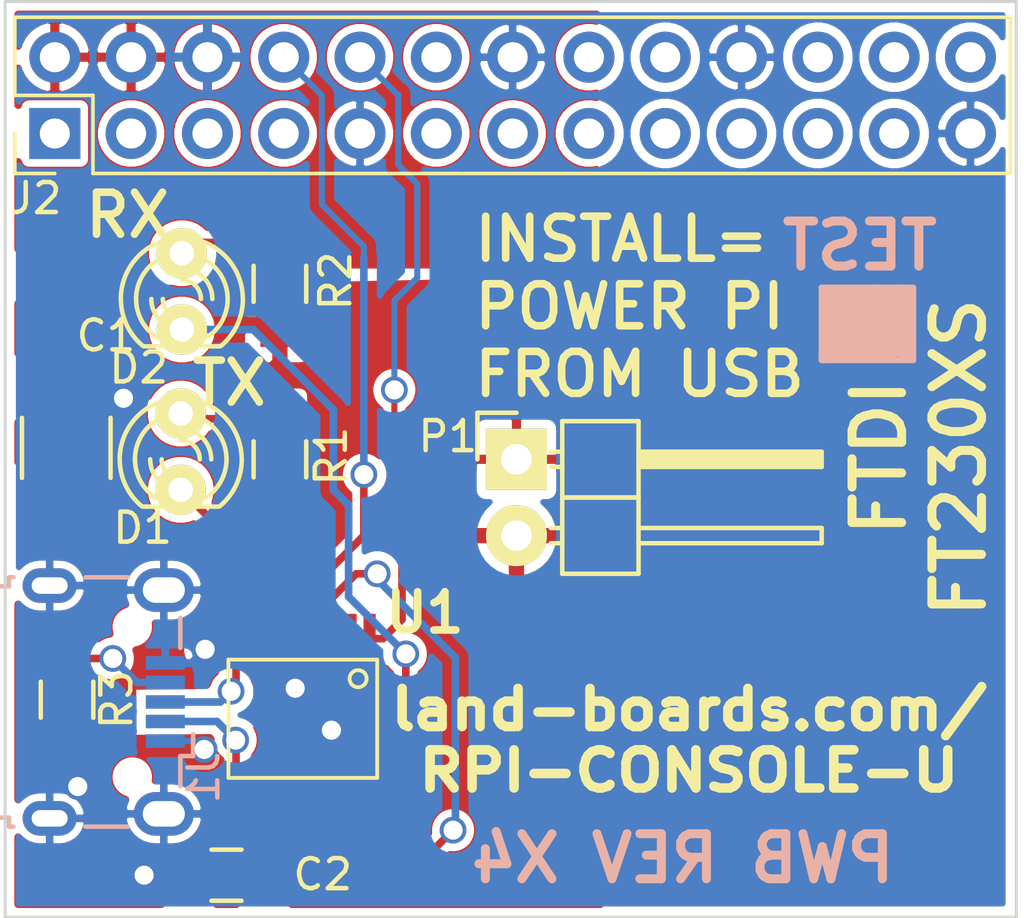
<source format=kicad_pcb>
(kicad_pcb (version 20171130) (host pcbnew "(5.1.5)-3")

  (general
    (thickness 1.6)
    (drawings 70)
    (tracks 107)
    (zones 0)
    (modules 13)
    (nets 14)
  )

  (page A)
  (title_block
    (title RP-CONSOLE-U)
    (date 2020-02-07)
    (rev X4)
    (company land-boards.com)
  )

  (layers
    (0 F.Cu signal)
    (31 B.Cu signal hide)
    (36 B.SilkS user)
    (37 F.SilkS user)
    (38 B.Mask user)
    (39 F.Mask user)
    (40 Dwgs.User user)
    (41 Cmts.User user)
    (44 Edge.Cuts user)
  )

  (setup
    (last_trace_width 0.2032)
    (user_trace_width 0.2032)
    (user_trace_width 0.635)
    (trace_clearance 0.2032)
    (zone_clearance 0.3048)
    (zone_45_only no)
    (trace_min 0.2032)
    (via_size 0.889)
    (via_drill 0.635)
    (via_min_size 0.889)
    (via_min_drill 0.508)
    (uvia_size 0.508)
    (uvia_drill 0.127)
    (uvias_allowed no)
    (uvia_min_size 0.508)
    (uvia_min_drill 0.127)
    (edge_width 0.1)
    (segment_width 0.2)
    (pcb_text_width 0.3)
    (pcb_text_size 1.5 1.5)
    (mod_edge_width 0.15)
    (mod_text_size 1.27 1.27)
    (mod_text_width 0.254)
    (pad_size 1.7 1.7)
    (pad_drill 1)
    (pad_to_mask_clearance 0)
    (aux_axis_origin 0 0)
    (visible_elements 7FFFFF7F)
    (pcbplotparams
      (layerselection 0x010f0_ffffffff)
      (usegerberextensions true)
      (usegerberattributes false)
      (usegerberadvancedattributes false)
      (creategerberjobfile false)
      (excludeedgelayer true)
      (linewidth 0.100000)
      (plotframeref false)
      (viasonmask false)
      (mode 1)
      (useauxorigin false)
      (hpglpennumber 1)
      (hpglpenspeed 20)
      (hpglpendiameter 15.000000)
      (psnegative false)
      (psa4output false)
      (plotreference true)
      (plotvalue true)
      (plotinvisibletext false)
      (padsonsilk false)
      (subtractmaskfromsilk false)
      (outputformat 1)
      (mirror false)
      (drillshape 0)
      (scaleselection 1)
      (outputdirectory "plots/"))
  )

  (net 0 "")
  (net 1 /+3.3V-USB)
  (net 2 /+5V)
  (net 3 /+5V-USB)
  (net 4 /DM)
  (net 5 /DP)
  (net 6 /GND)
  (net 7 /PI2USB)
  (net 8 /PUP0)
  (net 9 /PUP1)
  (net 10 /RXLED*)
  (net 11 /TXLED*)
  (net 12 /USB2PI)
  (net 13 "Net-(J1-Pad4)")

  (net_class Default "This is the default net class."
    (clearance 0.2032)
    (trace_width 0.254)
    (via_dia 0.889)
    (via_drill 0.635)
    (uvia_dia 0.508)
    (uvia_drill 0.127)
    (add_net /+3.3V-USB)
    (add_net /+5V)
    (add_net /+5V-USB)
    (add_net /DM)
    (add_net /DP)
    (add_net /GND)
    (add_net /PI2USB)
    (add_net /PUP0)
    (add_net /PUP1)
    (add_net /RXLED*)
    (add_net /TXLED*)
    (add_net /USB2PI)
    (add_net "Net-(J1-Pad4)")
  )

  (net_class POWER025 ""
    (clearance 0.381)
    (trace_width 0.635)
    (via_dia 0.889)
    (via_drill 0.635)
    (uvia_dia 0.508)
    (uvia_drill 0.127)
  )

  (module Connector_USB:USB_Micro-B_Wuerth_629105150521 (layer B.Cu) (tedit 5A142044) (tstamp 5E3E0CBB)
    (at 3.429 23.3172 90)
    (descr "USB Micro-B receptacle, http://www.mouser.com/ds/2/445/629105150521-469306.pdf")
    (tags "usb micro receptacle")
    (path /562660F8)
    (clearance 0.000152)
    (attr smd)
    (fp_text reference J1 (at -2.5146 3.175 90) (layer B.SilkS)
      (effects (font (size 1 1) (thickness 0.15)) (justify mirror))
    )
    (fp_text value USB-MICRO-B (at 0 -5.6 90) (layer B.Fab)
      (effects (font (size 1 1) (thickness 0.15)) (justify mirror))
    )
    (fp_line (start -4 2.25) (end -4 -3.15) (layer B.Fab) (width 0.15))
    (fp_line (start -4 -3.15) (end -3.7 -3.15) (layer B.Fab) (width 0.15))
    (fp_line (start -3.7 -3.15) (end -3.7 -4.35) (layer B.Fab) (width 0.15))
    (fp_line (start -3.7 -4.35) (end 3.7 -4.35) (layer B.Fab) (width 0.15))
    (fp_line (start 3.7 -4.35) (end 3.7 -3.15) (layer B.Fab) (width 0.15))
    (fp_line (start 3.7 -3.15) (end 4 -3.15) (layer B.Fab) (width 0.15))
    (fp_line (start 4 -3.15) (end 4 2.25) (layer B.Fab) (width 0.15))
    (fp_line (start 4 2.25) (end -4 2.25) (layer B.Fab) (width 0.15))
    (fp_line (start -2.7 -3.75) (end 2.7 -3.75) (layer B.Fab) (width 0.15))
    (fp_line (start -1.075 2.725) (end -1.3 2.55) (layer B.Fab) (width 0.15))
    (fp_line (start -1.3 2.55) (end -1.525 2.725) (layer B.Fab) (width 0.15))
    (fp_line (start -1.525 2.725) (end -1.525 2.95) (layer B.Fab) (width 0.15))
    (fp_line (start -1.525 2.95) (end -1.075 2.95) (layer B.Fab) (width 0.15))
    (fp_line (start -1.075 2.95) (end -1.075 2.725) (layer B.Fab) (width 0.15))
    (fp_line (start -4.15 0.65) (end -4.15 -0.75) (layer B.SilkS) (width 0.15))
    (fp_line (start -4.15 -3.15) (end -4.15 -3.3) (layer B.SilkS) (width 0.15))
    (fp_line (start -4.15 -3.3) (end -3.85 -3.3) (layer B.SilkS) (width 0.15))
    (fp_line (start -3.85 -3.3) (end -3.85 -3.75) (layer B.SilkS) (width 0.15))
    (fp_line (start 3.85 -3.75) (end 3.85 -3.3) (layer B.SilkS) (width 0.15))
    (fp_line (start 3.85 -3.3) (end 4.15 -3.3) (layer B.SilkS) (width 0.15))
    (fp_line (start 4.15 -3.3) (end 4.15 -3.15) (layer B.SilkS) (width 0.15))
    (fp_line (start 4.15 -0.75) (end 4.15 0.65) (layer B.SilkS) (width 0.15))
    (fp_line (start -1.075 2.825) (end -1.8 2.825) (layer B.SilkS) (width 0.15))
    (fp_line (start -1.8 2.825) (end -1.8 2.4) (layer B.SilkS) (width 0.15))
    (fp_line (start -1.8 2.4) (end -2.8 2.4) (layer B.SilkS) (width 0.15))
    (fp_line (start 1.8 2.4) (end 2.8 2.4) (layer B.SilkS) (width 0.15))
    (fp_line (start -4.94 3.34) (end -4.94 -4.85) (layer B.CrtYd) (width 0.05))
    (fp_line (start -4.94 -4.85) (end 4.95 -4.85) (layer B.CrtYd) (width 0.05))
    (fp_line (start 4.95 -4.85) (end 4.95 3.34) (layer B.CrtYd) (width 0.05))
    (fp_line (start 4.95 3.34) (end -4.94 3.34) (layer B.CrtYd) (width 0.05))
    (fp_text user %R (at 0 -1.05 90) (layer B.Fab)
      (effects (font (size 1 1) (thickness 0.15)) (justify mirror))
    )
    (fp_text user "PCB Edge" (at 0 -3.75 90) (layer Dwgs.User)
      (effects (font (size 0.5 0.5) (thickness 0.08)))
    )
    (pad 1 smd rect (at -1.3 1.9 90) (size 0.45 1.3) (layers B.Cu B.Paste B.Mask)
      (net 3 /+5V-USB))
    (pad 2 smd rect (at -0.65 1.9 90) (size 0.45 1.3) (layers B.Cu B.Paste B.Mask)
      (net 4 /DM))
    (pad 3 smd rect (at 0 1.9 90) (size 0.45 1.3) (layers B.Cu B.Paste B.Mask)
      (net 5 /DP))
    (pad 4 smd rect (at 0.65 1.9 90) (size 0.45 1.3) (layers B.Cu B.Paste B.Mask)
      (net 13 "Net-(J1-Pad4)"))
    (pad 5 smd rect (at 1.3 1.9 90) (size 0.45 1.3) (layers B.Cu B.Paste B.Mask)
      (net 6 /GND))
    (pad 6 thru_hole oval (at -3.725 1.85 90) (size 1.45 2) (drill oval 0.85 1.4) (layers *.Cu *.Mask)
      (net 6 /GND))
    (pad 6 thru_hole oval (at 3.725 1.85 90) (size 1.45 2) (drill oval 0.85 1.4) (layers *.Cu *.Mask)
      (net 6 /GND))
    (pad 6 thru_hole oval (at -3.875 -1.95 90) (size 1.15 1.8) (drill oval 0.55 1.2) (layers *.Cu *.Mask)
      (net 6 /GND))
    (pad 6 thru_hole oval (at 3.875 -1.95 90) (size 1.15 1.8) (drill oval 0.55 1.2) (layers *.Cu *.Mask)
      (net 6 /GND))
    (pad "" np_thru_hole oval (at -2.5 0.8 90) (size 0.8 0.8) (drill 0.8) (layers *.Cu *.Mask))
    (pad "" np_thru_hole oval (at 2.5 0.8 90) (size 0.8 0.8) (drill 0.8) (layers *.Cu *.Mask))
    (model ${KISYS3DMOD}/Connector_USB.3dshapes/USB_Micro-B_Wuerth_629105150521.wrl
      (at (xyz 0 0 0))
      (scale (xyz 1 1 1))
      (rotate (xyz 0 0 0))
    )
  )

  (module Capacitors_SMD:C_0805_HandSoldering (layer F.Cu) (tedit 56269ABF) (tstamp 56269550)
    (at 7.366 29.083 180)
    (descr "Capacitor SMD 0805, hand soldering")
    (tags "capacitor 0805")
    (path /5484896F)
    (attr smd)
    (fp_text reference C2 (at -3.204 0.023 180) (layer F.SilkS)
      (effects (font (size 1 1) (thickness 0.15)))
    )
    (fp_text value 0.1uF (at 0 2.1 180) (layer F.SilkS) hide
      (effects (font (size 1 1) (thickness 0.15)))
    )
    (fp_line (start -2.3 -1) (end 2.3 -1) (layer F.CrtYd) (width 0.05))
    (fp_line (start -2.3 1) (end 2.3 1) (layer F.CrtYd) (width 0.05))
    (fp_line (start -2.3 -1) (end -2.3 1) (layer F.CrtYd) (width 0.05))
    (fp_line (start 2.3 -1) (end 2.3 1) (layer F.CrtYd) (width 0.05))
    (fp_line (start 0.5 -0.85) (end -0.5 -0.85) (layer F.SilkS) (width 0.15))
    (fp_line (start -0.5 0.85) (end 0.5 0.85) (layer F.SilkS) (width 0.15))
    (pad 1 smd rect (at -1.25 0 180) (size 1.5 1.25) (layers F.Cu F.Mask)
      (net 1 /+3.3V-USB))
    (pad 2 smd rect (at 1.25 0 180) (size 1.5 1.25) (layers F.Cu F.Mask)
      (net 6 /GND))
    (model Capacitors_SMD.3dshapes/C_0805_HandSoldering.wrl
      (at (xyz 0 0 0))
      (scale (xyz 1 1 1))
      (rotate (xyz 0 0 0))
    )
  )

  (module Capacitors_SMD:C_1210_HandSoldering (layer F.Cu) (tedit 5B69CA0E) (tstamp 56269545)
    (at 2.032 14.859 90)
    (descr "Capacitor SMD 1210, hand soldering")
    (tags "capacitor 1210")
    (path /54848979)
    (attr smd)
    (fp_text reference C1 (at 3.7338 1.3208 180) (layer F.SilkS)
      (effects (font (size 1 1) (thickness 0.15)))
    )
    (fp_text value 10uF (at 0 2.7 90) (layer Dwgs.User) hide
      (effects (font (size 1 1) (thickness 0.15)))
    )
    (fp_line (start -3.3 -1.6) (end 3.3 -1.6) (layer F.CrtYd) (width 0.05))
    (fp_line (start -3.3 1.6) (end 3.3 1.6) (layer F.CrtYd) (width 0.05))
    (fp_line (start -3.3 -1.6) (end -3.3 1.6) (layer F.CrtYd) (width 0.05))
    (fp_line (start 3.3 -1.6) (end 3.3 1.6) (layer F.CrtYd) (width 0.05))
    (fp_line (start 1 -1.475) (end -1 -1.475) (layer F.SilkS) (width 0.15))
    (fp_line (start -1 1.475) (end 1 1.475) (layer F.SilkS) (width 0.15))
    (pad 1 smd rect (at -2 0 90) (size 2 2.5) (layers F.Cu F.Mask)
      (net 3 /+5V-USB))
    (pad 2 smd rect (at 2 0 90) (size 2 2.5) (layers F.Cu F.Mask)
      (net 6 /GND))
    (model Capacitors_SMD.3dshapes/C_1210_HandSoldering.wrl
      (at (xyz 0 0 0))
      (scale (xyz 1 1 1))
      (rotate (xyz 0 0 0))
    )
  )

  (module FIDUCIAL (layer F.Cu) (tedit 518BF783) (tstamp 53F20D67)
    (at 1.778 9.144)
    (path /53F2073B)
    (fp_text reference FID1 (at 0 2.3495) (layer F.SilkS) hide
      (effects (font (size 1.27 1.27) (thickness 0.254)))
    )
    (fp_text value CONN_1 (at 0.127 -2.794) (layer F.SilkS) hide
      (effects (font (size 1.016 1.016) (thickness 0.2032)))
    )
    (pad 1 smd circle (at 0 0) (size 1 1) (layers F.Cu F.Mask)
      (solder_mask_margin 1) (clearance 1))
  )

  (module FIDUCIAL (layer F.Cu) (tedit 553672E7) (tstamp 53F20D6C)
    (at 30.48 8.382)
    (path /53F2074A)
    (fp_text reference FID2 (at 0 2.3495) (layer F.SilkS) hide
      (effects (font (size 1.27 1.27) (thickness 0.254)))
    )
    (fp_text value CONN_1 (at 0.127 -2.794) (layer F.SilkS) hide
      (effects (font (size 1.016 1.016) (thickness 0.2032)))
    )
    (pad 1 smd circle (at 1.27 20.066) (size 1 1) (layers F.Cu F.Mask)
      (solder_mask_margin 1) (clearance 1))
  )

  (module ssop-16 (layer F.Cu) (tedit 55367D23) (tstamp 53CE8BDE)
    (at 9.906 23.876 180)
    (descr SSOP-16)
    (path /54848999)
    (clearance 0.1524)
    (attr smd)
    (fp_text reference U1 (at -4.064 3.5306 180) (layer F.SilkS)
      (effects (font (size 1.27 1.27) (thickness 0.254)))
    )
    (fp_text value FT230XS (at 0 -0.89916 180) (layer F.SilkS) hide
      (effects (font (size 0.50038 0.50038) (thickness 0.09906)))
    )
    (fp_line (start -2.4765 1.9685) (end 2.4765 1.9685) (layer F.SilkS) (width 0.127))
    (fp_line (start 2.4765 1.9685) (end 2.4765 -1.9685) (layer F.SilkS) (width 0.127))
    (fp_line (start 2.4765 -1.9685) (end -2.4765 -1.9685) (layer F.SilkS) (width 0.127))
    (fp_line (start -2.4765 -1.9685) (end -2.4765 1.9685) (layer F.SilkS) (width 0.127))
    (fp_circle (center -1.8415 1.3335) (end -1.9685 1.5875) (layer F.SilkS) (width 0.127))
    (pad 4 smd rect (at -0.3175 2.667 180) (size 0.4064 1.651) (layers F.Cu F.Mask)
      (net 7 /PI2USB))
    (pad 5 smd rect (at 0.3175 2.667 180) (size 0.4064 1.651) (layers F.Cu F.Mask)
      (net 6 /GND))
    (pad 6 smd rect (at 0.9525 2.667 180) (size 0.4064 1.651) (layers F.Cu F.Mask))
    (pad 7 smd rect (at 1.5875 2.667 180) (size 0.4064 1.651) (layers F.Cu F.Mask)
      (net 11 /TXLED*))
    (pad 16 smd rect (at -2.2225 -2.667 180) (size 0.4064 1.651) (layers F.Cu F.Mask))
    (pad 1 smd rect (at -2.2225 2.667 180) (size 0.4064 1.651) (layers F.Cu F.Mask)
      (net 12 /USB2PI))
    (pad 2 smd rect (at -1.5875 2.667 180) (size 0.4064 1.651) (layers F.Cu F.Mask))
    (pad 3 smd rect (at -0.9525 2.667 180) (size 0.4064 1.651) (layers F.Cu F.Mask)
      (net 1 /+3.3V-USB))
    (pad 9 smd rect (at 2.2225 -2.667 180) (size 0.4064 1.651) (layers F.Cu F.Mask)
      (net 4 /DM))
    (pad 10 smd rect (at 1.5875 -2.667 180) (size 0.4064 1.651) (layers F.Cu F.Mask)
      (net 1 /+3.3V-USB))
    (pad 11 smd rect (at 0.9525 -2.667 180) (size 0.4064 1.651) (layers F.Cu F.Mask))
    (pad 12 smd rect (at 0.3175 -2.667 180) (size 0.4064 1.651) (layers F.Cu F.Mask)
      (net 3 /+5V-USB))
    (pad 13 smd rect (at -0.3175 -2.667 180) (size 0.4064 1.651) (layers F.Cu F.Mask)
      (net 6 /GND))
    (pad 14 smd rect (at -0.9525 -2.667 180) (size 0.4064 1.651) (layers F.Cu F.Mask)
      (net 10 /RXLED*))
    (pad 8 smd rect (at 2.2225 2.667 180) (size 0.4064 1.651) (layers F.Cu F.Mask)
      (net 5 /DP))
    (pad 15 smd rect (at -1.5875 -2.667 180) (size 0.4064 1.651) (layers F.Cu F.Mask))
    (model smd/smd_dil/ssop-16.wrl
      (at (xyz 0 0 0))
      (scale (xyz 1 1 1))
      (rotate (xyz 0 0 0))
    )
  )

  (module LEDs:LED-3MM (layer F.Cu) (tedit 5B69CA16) (tstamp 5536AE98)
    (at 5.842 14.986 270)
    (descr "LED 3mm - Lead pitch 100mil (2,54mm)")
    (tags "LED led 3mm 3MM 100mil 2,54mm")
    (path /548489AA)
    (fp_text reference D1 (at 2.54 1.27) (layer F.SilkS)
      (effects (font (size 1 1) (thickness 0.15)))
    )
    (fp_text value LED (at 0 2.54 270) (layer F.SilkS) hide
      (effects (font (size 1 1) (thickness 0.15)))
    )
    (fp_line (start 1.8288 1.27) (end 1.8288 -1.27) (layer F.SilkS) (width 0.15))
    (fp_arc (start 0.254 0) (end -1.27 0) (angle 39.8) (layer F.SilkS) (width 0.15))
    (fp_arc (start 0.254 0) (end -0.88392 1.01092) (angle 41.6) (layer F.SilkS) (width 0.15))
    (fp_arc (start 0.254 0) (end 1.4097 -0.9906) (angle 40.6) (layer F.SilkS) (width 0.15))
    (fp_arc (start 0.254 0) (end 1.778 0) (angle 39.8) (layer F.SilkS) (width 0.15))
    (fp_arc (start 0.254 0) (end 0.254 -1.524) (angle 54.4) (layer F.SilkS) (width 0.15))
    (fp_arc (start 0.254 0) (end -0.9652 -0.9144) (angle 53.1) (layer F.SilkS) (width 0.15))
    (fp_arc (start 0.254 0) (end 1.45542 0.93472) (angle 52.1) (layer F.SilkS) (width 0.15))
    (fp_arc (start 0.254 0) (end 0.254 1.524) (angle 52.1) (layer F.SilkS) (width 0.15))
    (fp_arc (start 0.254 0) (end -0.381 0) (angle 90) (layer F.SilkS) (width 0.15))
    (fp_arc (start 0.254 0) (end -0.762 0) (angle 90) (layer F.SilkS) (width 0.15))
    (fp_arc (start 0.254 0) (end 0.889 0) (angle 90) (layer F.SilkS) (width 0.15))
    (fp_arc (start 0.254 0) (end 1.27 0) (angle 90) (layer F.SilkS) (width 0.15))
    (fp_arc (start 0.254 0) (end 0.254 -2.032) (angle 50.1) (layer F.SilkS) (width 0.15))
    (fp_arc (start 0.254 0) (end -1.5367 -0.95504) (angle 61.9) (layer F.SilkS) (width 0.15))
    (fp_arc (start 0.254 0) (end 1.8034 1.31064) (angle 49.7) (layer F.SilkS) (width 0.15))
    (fp_arc (start 0.254 0) (end 0.254 2.032) (angle 60.2) (layer F.SilkS) (width 0.15))
    (fp_arc (start 0.254 0) (end -1.778 0) (angle 28.3) (layer F.SilkS) (width 0.15))
    (fp_arc (start 0.254 0) (end -1.47574 1.06426) (angle 31.6) (layer F.SilkS) (width 0.15))
    (pad 1 thru_hole circle (at -1.27 0 270) (size 1.6764 1.6764) (drill 0.8128) (layers *.Cu *.Mask F.SilkS)
      (net 8 /PUP0))
    (pad 2 thru_hole circle (at 1.27 0 270) (size 1.6764 1.6764) (drill 0.8128) (layers *.Cu *.Mask F.SilkS)
      (net 11 /TXLED*))
    (model LEDs.3dshapes/LED-3MM.wrl
      (at (xyz 0 0 0))
      (scale (xyz 1 1 1))
      (rotate (xyz 0 0 0))
    )
  )

  (module LEDs:LED-3MM (layer F.Cu) (tedit 5B69CA14) (tstamp 5536AEB0)
    (at 5.88 9.65 270)
    (descr "LED 3mm - Lead pitch 100mil (2,54mm)")
    (tags "LED led 3mm 3MM 100mil 2,54mm")
    (path /548489B0)
    (fp_text reference D2 (at 2.542 1.435) (layer F.SilkS)
      (effects (font (size 1 1) (thickness 0.15)))
    )
    (fp_text value LED (at 0 2.54 270) (layer F.SilkS) hide
      (effects (font (size 1 1) (thickness 0.15)))
    )
    (fp_line (start 1.8288 1.27) (end 1.8288 -1.27) (layer F.SilkS) (width 0.15))
    (fp_arc (start 0.254 0) (end -1.27 0) (angle 39.8) (layer F.SilkS) (width 0.15))
    (fp_arc (start 0.254 0) (end -0.88392 1.01092) (angle 41.6) (layer F.SilkS) (width 0.15))
    (fp_arc (start 0.254 0) (end 1.4097 -0.9906) (angle 40.6) (layer F.SilkS) (width 0.15))
    (fp_arc (start 0.254 0) (end 1.778 0) (angle 39.8) (layer F.SilkS) (width 0.15))
    (fp_arc (start 0.254 0) (end 0.254 -1.524) (angle 54.4) (layer F.SilkS) (width 0.15))
    (fp_arc (start 0.254 0) (end -0.9652 -0.9144) (angle 53.1) (layer F.SilkS) (width 0.15))
    (fp_arc (start 0.254 0) (end 1.45542 0.93472) (angle 52.1) (layer F.SilkS) (width 0.15))
    (fp_arc (start 0.254 0) (end 0.254 1.524) (angle 52.1) (layer F.SilkS) (width 0.15))
    (fp_arc (start 0.254 0) (end -0.381 0) (angle 90) (layer F.SilkS) (width 0.15))
    (fp_arc (start 0.254 0) (end -0.762 0) (angle 90) (layer F.SilkS) (width 0.15))
    (fp_arc (start 0.254 0) (end 0.889 0) (angle 90) (layer F.SilkS) (width 0.15))
    (fp_arc (start 0.254 0) (end 1.27 0) (angle 90) (layer F.SilkS) (width 0.15))
    (fp_arc (start 0.254 0) (end 0.254 -2.032) (angle 50.1) (layer F.SilkS) (width 0.15))
    (fp_arc (start 0.254 0) (end -1.5367 -0.95504) (angle 61.9) (layer F.SilkS) (width 0.15))
    (fp_arc (start 0.254 0) (end 1.8034 1.31064) (angle 49.7) (layer F.SilkS) (width 0.15))
    (fp_arc (start 0.254 0) (end 0.254 2.032) (angle 60.2) (layer F.SilkS) (width 0.15))
    (fp_arc (start 0.254 0) (end -1.778 0) (angle 28.3) (layer F.SilkS) (width 0.15))
    (fp_arc (start 0.254 0) (end -1.47574 1.06426) (angle 31.6) (layer F.SilkS) (width 0.15))
    (pad 1 thru_hole circle (at -1.27 0 270) (size 1.6764 1.6764) (drill 0.8128) (layers *.Cu *.Mask F.SilkS)
      (net 9 /PUP1))
    (pad 2 thru_hole circle (at 1.27 0 270) (size 1.6764 1.6764) (drill 0.8128) (layers *.Cu *.Mask F.SilkS)
      (net 10 /RXLED*))
    (model LEDs.3dshapes/LED-3MM.wrl
      (at (xyz 0 0 0))
      (scale (xyz 1 1 1))
      (rotate (xyz 0 0 0))
    )
  )

  (module Resistors_SMD:R_0805_HandSoldering (layer F.Cu) (tedit 5B69C8A5) (tstamp 562666D7)
    (at 2.0574 23.241 270)
    (descr "Resistor SMD 0805, hand soldering")
    (tags "resistor 0805")
    (path /562667AB)
    (attr smd)
    (fp_text reference R3 (at 0 -1.651 270) (layer F.SilkS)
      (effects (font (size 1 1) (thickness 0.15)))
    )
    (fp_text value DNP (at 0 2.1 270) (layer Dwgs.User) hide
      (effects (font (size 1 1) (thickness 0.15)))
    )
    (fp_line (start -2.4 -1) (end 2.4 -1) (layer F.CrtYd) (width 0.05))
    (fp_line (start -2.4 1) (end 2.4 1) (layer F.CrtYd) (width 0.05))
    (fp_line (start -2.4 -1) (end -2.4 1) (layer F.CrtYd) (width 0.05))
    (fp_line (start 2.4 -1) (end 2.4 1) (layer F.CrtYd) (width 0.05))
    (fp_line (start 0.6 0.875) (end -0.6 0.875) (layer F.SilkS) (width 0.15))
    (fp_line (start -0.6 -0.875) (end 0.6 -0.875) (layer F.SilkS) (width 0.15))
    (pad 1 smd rect (at -1.35 0 270) (size 1.5 1.3) (layers F.Cu F.Mask)
      (net 13 "Net-(J1-Pad4)"))
    (pad 2 smd rect (at 1.35 0 270) (size 1.5 1.3) (layers F.Cu F.Mask)
      (net 6 /GND))
    (model Resistors_SMD.3dshapes/R_0805_HandSoldering.wrl
      (at (xyz 0 0 0))
      (scale (xyz 1 1 1))
      (rotate (xyz 0 0 0))
    )
  )

  (module Resistors_SMD:R_0805_HandSoldering (layer F.Cu) (tedit 5626A9C0) (tstamp 56269567)
    (at 9.144 15.24 90)
    (descr "Resistor SMD 0805, hand soldering")
    (tags "resistor 0805")
    (path /54848962)
    (attr smd)
    (fp_text reference R1 (at 0.1065 1.704 90) (layer F.SilkS)
      (effects (font (size 1 1) (thickness 0.15)))
    )
    (fp_text value 270 (at 0 2.1 90) (layer Dwgs.User) hide
      (effects (font (size 1 1) (thickness 0.15)))
    )
    (fp_line (start -2.4 -1) (end 2.4 -1) (layer F.CrtYd) (width 0.05))
    (fp_line (start -2.4 1) (end 2.4 1) (layer F.CrtYd) (width 0.05))
    (fp_line (start -2.4 -1) (end -2.4 1) (layer F.CrtYd) (width 0.05))
    (fp_line (start 2.4 -1) (end 2.4 1) (layer F.CrtYd) (width 0.05))
    (fp_line (start 0.6 0.875) (end -0.6 0.875) (layer F.SilkS) (width 0.15))
    (fp_line (start -0.6 -0.875) (end 0.6 -0.875) (layer F.SilkS) (width 0.15))
    (pad 1 smd rect (at -1.35 0 90) (size 1.5 1.3) (layers F.Cu F.Mask)
      (net 3 /+5V-USB))
    (pad 2 smd rect (at 1.35 0 90) (size 1.5 1.3) (layers F.Cu F.Mask)
      (net 8 /PUP0))
    (model Resistors_SMD.3dshapes/R_0805_HandSoldering.wrl
      (at (xyz 0 0 0))
      (scale (xyz 1 1 1))
      (rotate (xyz 0 0 0))
    )
  )

  (module Resistors_SMD:R_0805_HandSoldering (layer F.Cu) (tedit 5626A9BD) (tstamp 56269572)
    (at 9.144 9.398 90)
    (descr "Resistor SMD 0805, hand soldering")
    (tags "resistor 0805")
    (path /54848958)
    (attr smd)
    (fp_text reference R2 (at 0.0945 1.854 90) (layer F.SilkS)
      (effects (font (size 1 1) (thickness 0.15)))
    )
    (fp_text value 270 (at 0 2.1 90) (layer Dwgs.User) hide
      (effects (font (size 1 1) (thickness 0.15)))
    )
    (fp_line (start -2.4 -1) (end 2.4 -1) (layer F.CrtYd) (width 0.05))
    (fp_line (start -2.4 1) (end 2.4 1) (layer F.CrtYd) (width 0.05))
    (fp_line (start -2.4 -1) (end -2.4 1) (layer F.CrtYd) (width 0.05))
    (fp_line (start 2.4 -1) (end 2.4 1) (layer F.CrtYd) (width 0.05))
    (fp_line (start 0.6 0.875) (end -0.6 0.875) (layer F.SilkS) (width 0.15))
    (fp_line (start -0.6 -0.875) (end 0.6 -0.875) (layer F.SilkS) (width 0.15))
    (pad 1 smd rect (at -1.35 0 90) (size 1.5 1.3) (layers F.Cu F.Mask)
      (net 3 /+5V-USB))
    (pad 2 smd rect (at 1.35 0 90) (size 1.5 1.3) (layers F.Cu F.Mask)
      (net 9 /PUP1))
    (model Resistors_SMD.3dshapes/R_0805_HandSoldering.wrl
      (at (xyz 0 0 0))
      (scale (xyz 1 1 1))
      (rotate (xyz 0 0 0))
    )
  )

  (module Pin_Headers:Pin_Header_Angled_1x02 (layer F.Cu) (tedit 5786584A) (tstamp 5626B127)
    (at 17.018 15.24)
    (descr "Through hole pin header")
    (tags "pin header")
    (path /5484B32D)
    (fp_text reference P1 (at -2.286 -0.762) (layer F.SilkS)
      (effects (font (size 1 1) (thickness 0.15)))
    )
    (fp_text value CONN_2 (at 0 -3.1) (layer F.SilkS) hide
      (effects (font (size 1 1) (thickness 0.15)))
    )
    (fp_line (start -1.5 -1.75) (end -1.5 4.3) (layer F.CrtYd) (width 0.05))
    (fp_line (start 10.65 -1.75) (end 10.65 4.3) (layer F.CrtYd) (width 0.05))
    (fp_line (start -1.5 -1.75) (end 10.65 -1.75) (layer F.CrtYd) (width 0.05))
    (fp_line (start -1.5 4.3) (end 10.65 4.3) (layer F.CrtYd) (width 0.05))
    (fp_line (start -1.3 -1.55) (end -1.3 0) (layer F.SilkS) (width 0.15))
    (fp_line (start 0 -1.55) (end -1.3 -1.55) (layer F.SilkS) (width 0.15))
    (fp_line (start 4.191 -0.127) (end 10.033 -0.127) (layer F.SilkS) (width 0.15))
    (fp_line (start 10.033 -0.127) (end 10.033 0.127) (layer F.SilkS) (width 0.15))
    (fp_line (start 10.033 0.127) (end 4.191 0.127) (layer F.SilkS) (width 0.15))
    (fp_line (start 4.191 0.127) (end 4.191 0) (layer F.SilkS) (width 0.15))
    (fp_line (start 4.191 0) (end 10.033 0) (layer F.SilkS) (width 0.15))
    (fp_line (start 1.524 -0.254) (end 1.143 -0.254) (layer F.SilkS) (width 0.15))
    (fp_line (start 1.524 0.254) (end 1.143 0.254) (layer F.SilkS) (width 0.15))
    (fp_line (start 1.524 2.286) (end 1.143 2.286) (layer F.SilkS) (width 0.15))
    (fp_line (start 1.524 2.794) (end 1.143 2.794) (layer F.SilkS) (width 0.15))
    (fp_line (start 1.524 -1.27) (end 4.064 -1.27) (layer F.SilkS) (width 0.15))
    (fp_line (start 1.524 1.27) (end 4.064 1.27) (layer F.SilkS) (width 0.15))
    (fp_line (start 1.524 1.27) (end 1.524 3.81) (layer F.SilkS) (width 0.15))
    (fp_line (start 1.524 3.81) (end 4.064 3.81) (layer F.SilkS) (width 0.15))
    (fp_line (start 4.064 2.286) (end 10.16 2.286) (layer F.SilkS) (width 0.15))
    (fp_line (start 10.16 2.286) (end 10.16 2.794) (layer F.SilkS) (width 0.15))
    (fp_line (start 10.16 2.794) (end 4.064 2.794) (layer F.SilkS) (width 0.15))
    (fp_line (start 4.064 3.81) (end 4.064 1.27) (layer F.SilkS) (width 0.15))
    (fp_line (start 4.064 1.27) (end 4.064 -1.27) (layer F.SilkS) (width 0.15))
    (fp_line (start 10.16 0.254) (end 4.064 0.254) (layer F.SilkS) (width 0.15))
    (fp_line (start 10.16 -0.254) (end 10.16 0.254) (layer F.SilkS) (width 0.15))
    (fp_line (start 4.064 -0.254) (end 10.16 -0.254) (layer F.SilkS) (width 0.15))
    (fp_line (start 1.524 1.27) (end 4.064 1.27) (layer F.SilkS) (width 0.15))
    (fp_line (start 1.524 -1.27) (end 1.524 1.27) (layer F.SilkS) (width 0.15))
    (pad 1 thru_hole rect (at 0 0) (size 2.032 2.032) (drill 1.016) (layers *.Cu *.Mask F.SilkS)
      (net 2 /+5V))
    (pad 2 thru_hole oval (at 0 2.54) (size 2.032 2.032) (drill 1.016) (layers *.Cu *.Mask F.SilkS)
      (net 3 /+5V-USB))
    (model Pin_Headers.3dshapes/Pin_Header_Angled_1x02.wrl
      (offset (xyz 0 -1.269999980926514 0))
      (scale (xyz 1 1 1))
      (rotate (xyz 0 0 90))
    )
  )

  (module Connector_PinHeader_2.54mm:PinHeader_2x13_P2.54mm_Vertical (layer F.Cu) (tedit 5E3DC501) (tstamp 5E3E0CE9)
    (at 1.651 4.3942 90)
    (descr "Through hole straight pin header, 2x13, 2.54mm pitch, double rows")
    (tags "Through hole pin header THT 2x13 2.54mm double row")
    (path /54848B62)
    (clearance 0.254)
    (zone_connect 1)
    (fp_text reference J2 (at -2.159 -0.635 180) (layer F.SilkS)
      (effects (font (size 1 1) (thickness 0.15)))
    )
    (fp_text value RASPIO (at 1.27 32.81 90) (layer F.Fab)
      (effects (font (size 1 1) (thickness 0.15)))
    )
    (fp_line (start 0 -1.27) (end 3.81 -1.27) (layer F.Fab) (width 0.1))
    (fp_line (start 3.81 -1.27) (end 3.81 31.75) (layer F.Fab) (width 0.1))
    (fp_line (start 3.81 31.75) (end -1.27 31.75) (layer F.Fab) (width 0.1))
    (fp_line (start -1.27 31.75) (end -1.27 0) (layer F.Fab) (width 0.1))
    (fp_line (start -1.27 0) (end 0 -1.27) (layer F.Fab) (width 0.1))
    (fp_line (start -1.33 31.81) (end 3.87 31.81) (layer F.SilkS) (width 0.12))
    (fp_line (start -1.33 1.27) (end -1.33 31.81) (layer F.SilkS) (width 0.12))
    (fp_line (start 3.87 -1.33) (end 3.87 31.81) (layer F.SilkS) (width 0.12))
    (fp_line (start -1.33 1.27) (end 1.27 1.27) (layer F.SilkS) (width 0.12))
    (fp_line (start 1.27 1.27) (end 1.27 -1.33) (layer F.SilkS) (width 0.12))
    (fp_line (start 1.27 -1.33) (end 3.87 -1.33) (layer F.SilkS) (width 0.12))
    (fp_line (start -1.33 0) (end -1.33 -1.33) (layer F.SilkS) (width 0.12))
    (fp_line (start -1.33 -1.33) (end 0 -1.33) (layer F.SilkS) (width 0.12))
    (fp_line (start -1.8 -1.8) (end -1.8 32.25) (layer F.CrtYd) (width 0.05))
    (fp_line (start -1.8 32.25) (end 4.35 32.25) (layer F.CrtYd) (width 0.05))
    (fp_line (start 4.35 32.25) (end 4.35 -1.8) (layer F.CrtYd) (width 0.05))
    (fp_line (start 4.35 -1.8) (end -1.8 -1.8) (layer F.CrtYd) (width 0.05))
    (fp_text user %R (at 1.27 15.24) (layer F.Fab)
      (effects (font (size 1 1) (thickness 0.15)))
    )
    (pad 1 thru_hole rect (at 0 0 90) (size 1.7 1.7) (drill 1) (layers *.Cu *.Mask)
      (zone_connect 1))
    (pad 2 thru_hole oval (at 2.54 0 90) (size 1.7 1.7) (drill 1) (layers *.Cu *.Mask)
      (net 2 /+5V) (clearance 0.254) (zone_connect 1))
    (pad 3 thru_hole oval (at 0 2.54 90) (size 1.7 1.7) (drill 1) (layers *.Cu *.Mask)
      (zone_connect 1))
    (pad 4 thru_hole oval (at 2.54 2.54 90) (size 1.7 1.7) (drill 1) (layers *.Cu *.Mask)
      (net 2 /+5V) (clearance 0.254) (zone_connect 1))
    (pad 5 thru_hole oval (at 0 5.08 90) (size 1.7 1.7) (drill 1) (layers *.Cu *.Mask)
      (zone_connect 1))
    (pad 6 thru_hole oval (at 2.54 5.08 90) (size 1.7 1.7) (drill 1) (layers *.Cu *.Mask)
      (net 6 /GND) (zone_connect 1) (thermal_width 0.3048) (thermal_gap 0.3048))
    (pad 7 thru_hole oval (at 0 7.62 90) (size 1.7 1.7) (drill 1) (layers *.Cu *.Mask)
      (zone_connect 1))
    (pad 8 thru_hole oval (at 2.54 7.62 90) (size 1.7 1.7) (drill 1) (layers *.Cu *.Mask)
      (net 7 /PI2USB) (zone_connect 1))
    (pad 9 thru_hole oval (at 0 10.16 90) (size 1.7 1.7) (drill 1) (layers *.Cu *.Mask)
      (net 6 /GND) (zone_connect 1))
    (pad 10 thru_hole oval (at 2.54 10.16 90) (size 1.7 1.7) (drill 1) (layers *.Cu *.Mask)
      (net 12 /USB2PI) (zone_connect 1))
    (pad 11 thru_hole oval (at 0 12.7 90) (size 1.7 1.7) (drill 1) (layers *.Cu *.Mask)
      (zone_connect 1))
    (pad 12 thru_hole oval (at 2.54 12.7 90) (size 1.7 1.7) (drill 1) (layers *.Cu *.Mask)
      (zone_connect 1))
    (pad 13 thru_hole oval (at 0 15.24 90) (size 1.7 1.7) (drill 1) (layers *.Cu *.Mask)
      (zone_connect 1))
    (pad 14 thru_hole oval (at 2.54 15.24 90) (size 1.7 1.7) (drill 1) (layers *.Cu *.Mask)
      (net 6 /GND) (zone_connect 1))
    (pad 15 thru_hole oval (at 0 17.78 90) (size 1.7 1.7) (drill 1) (layers *.Cu *.Mask)
      (zone_connect 1))
    (pad 16 thru_hole oval (at 2.54 17.78 90) (size 1.7 1.7) (drill 1) (layers *.Cu *.Mask)
      (zone_connect 1))
    (pad 17 thru_hole oval (at 0 20.32 90) (size 1.7 1.7) (drill 1) (layers *.Cu *.Mask)
      (zone_connect 1))
    (pad 18 thru_hole oval (at 2.54 20.32 90) (size 1.7 1.7) (drill 1) (layers *.Cu *.Mask)
      (zone_connect 1))
    (pad 19 thru_hole oval (at 0 22.86 90) (size 1.7 1.7) (drill 1) (layers *.Cu *.Mask)
      (zone_connect 1))
    (pad 20 thru_hole oval (at 2.54 22.86 90) (size 1.7 1.7) (drill 1) (layers *.Cu *.Mask)
      (net 6 /GND) (zone_connect 1))
    (pad 21 thru_hole oval (at 0 25.4 90) (size 1.7 1.7) (drill 1) (layers *.Cu *.Mask)
      (zone_connect 1))
    (pad 22 thru_hole oval (at 2.54 25.4 90) (size 1.7 1.7) (drill 1) (layers *.Cu *.Mask)
      (zone_connect 1))
    (pad 23 thru_hole oval (at 0 27.94 90) (size 1.7 1.7) (drill 1) (layers *.Cu *.Mask)
      (zone_connect 1))
    (pad 24 thru_hole oval (at 2.54 27.94 90) (size 1.7 1.7) (drill 1) (layers *.Cu *.Mask)
      (zone_connect 1))
    (pad 25 thru_hole oval (at 0 30.48 90) (size 1.7 1.7) (drill 1) (layers *.Cu *.Mask)
      (net 6 /GND) (zone_connect 1))
    (pad 26 thru_hole oval (at 2.54 30.48 90) (size 1.7 1.7) (drill 1) (layers *.Cu *.Mask)
      (zone_connect 1))
    (model ${KISYS3DMOD}/Connector_PinHeader_2.54mm.3dshapes/PinHeader_2x13_P2.54mm_Vertical.wrl
      (at (xyz 0 0 0))
      (scale (xyz 1 1 1))
      (rotate (xyz 0 0 0))
    )
  )

  (gr_text TX (at 6.096 12.7) (layer F.SilkS)
    (effects (font (size 1.397 1.397) (thickness 0.254)) (justify left))
  )
  (gr_text RX (at 2.54 7.112) (layer F.SilkS)
    (effects (font (size 1.397 1.397) (thickness 0.254)) (justify left))
  )
  (gr_text "FTDI\nFT230XS" (at 30.42 15.18 90) (layer F.SilkS)
    (effects (font (size 1.651 1.651) (thickness 0.3)))
  )
  (gr_text TEST (at 28.448 8.128) (layer B.SilkS)
    (effects (font (size 1.5 1.5) (thickness 0.3)) (justify mirror))
  )
  (gr_line (start 30.099 9.652) (end 29.972 9.779) (angle 90) (layer B.SilkS) (width 0.2))
  (gr_line (start 30.099 11.811) (end 30.099 9.652) (angle 90) (layer B.SilkS) (width 0.2))
  (gr_line (start 29.972 11.811) (end 30.099 11.811) (angle 90) (layer B.SilkS) (width 0.2))
  (gr_line (start 29.972 9.525) (end 29.972 11.811) (angle 90) (layer B.SilkS) (width 0.2))
  (gr_line (start 29.718 9.525) (end 29.972 9.525) (angle 90) (layer B.SilkS) (width 0.2))
  (gr_line (start 29.718 11.684) (end 29.718 9.525) (angle 90) (layer B.SilkS) (width 0.2))
  (gr_line (start 29.845 11.811) (end 29.718 11.684) (angle 90) (layer B.SilkS) (width 0.2))
  (gr_line (start 29.845 9.525) (end 29.845 11.811) (angle 90) (layer B.SilkS) (width 0.2))
  (gr_line (start 29.591 9.525) (end 29.845 9.525) (angle 90) (layer B.SilkS) (width 0.2))
  (gr_line (start 29.591 11.811) (end 29.591 9.525) (angle 90) (layer B.SilkS) (width 0.2))
  (gr_line (start 29.464 11.938) (end 29.591 11.811) (angle 90) (layer B.SilkS) (width 0.2))
  (gr_line (start 29.464 9.652) (end 29.464 11.938) (angle 90) (layer B.SilkS) (width 0.2))
  (gr_line (start 29.337 9.525) (end 29.464 9.652) (angle 90) (layer B.SilkS) (width 0.2))
  (gr_line (start 29.337 11.811) (end 29.337 9.525) (angle 90) (layer B.SilkS) (width 0.2))
  (gr_line (start 29.21 11.811) (end 29.337 11.811) (angle 90) (layer B.SilkS) (width 0.2))
  (gr_line (start 29.21 9.525) (end 29.21 11.811) (angle 90) (layer B.SilkS) (width 0.2))
  (gr_line (start 29.083 9.525) (end 29.21 9.525) (angle 90) (layer B.SilkS) (width 0.2))
  (gr_line (start 29.083 11.811) (end 29.083 9.525) (angle 90) (layer B.SilkS) (width 0.2))
  (gr_line (start 28.956 11.811) (end 29.083 11.811) (angle 90) (layer B.SilkS) (width 0.2))
  (gr_line (start 28.956 9.525) (end 28.956 11.811) (angle 90) (layer B.SilkS) (width 0.2))
  (gr_line (start 28.829 9.525) (end 28.956 9.525) (angle 90) (layer B.SilkS) (width 0.2))
  (gr_line (start 29.083 9.525) (end 28.829 9.525) (angle 90) (layer B.SilkS) (width 0.2))
  (gr_line (start 28.829 9.525) (end 29.083 9.525) (angle 90) (layer B.SilkS) (width 0.2))
  (gr_line (start 28.829 11.811) (end 28.829 9.525) (angle 90) (layer B.SilkS) (width 0.2))
  (gr_line (start 28.702 11.811) (end 28.829 11.811) (angle 90) (layer B.SilkS) (width 0.2))
  (gr_line (start 28.702 9.525) (end 28.702 11.811) (angle 90) (layer B.SilkS) (width 0.2))
  (gr_line (start 28.575 9.525) (end 28.702 9.525) (angle 90) (layer B.SilkS) (width 0.2))
  (gr_line (start 28.575 11.811) (end 28.575 9.525) (angle 90) (layer B.SilkS) (width 0.2))
  (gr_line (start 28.448 11.938) (end 28.575 11.811) (angle 90) (layer B.SilkS) (width 0.2))
  (gr_line (start 28.448 9.525) (end 28.448 11.938) (angle 90) (layer B.SilkS) (width 0.2))
  (gr_line (start 28.321 9.525) (end 28.448 9.525) (angle 90) (layer B.SilkS) (width 0.2))
  (gr_line (start 28.321 11.811) (end 28.321 9.525) (angle 90) (layer B.SilkS) (width 0.2))
  (gr_line (start 28.194 11.811) (end 28.321 11.811) (angle 90) (layer B.SilkS) (width 0.2))
  (gr_line (start 28.194 9.525) (end 28.194 11.811) (angle 90) (layer B.SilkS) (width 0.2))
  (gr_line (start 28.067 9.525) (end 28.194 9.525) (angle 90) (layer B.SilkS) (width 0.2))
  (gr_line (start 28.067 11.938) (end 28.067 9.525) (angle 90) (layer B.SilkS) (width 0.2))
  (gr_line (start 28.067 9.525) (end 28.067 11.938) (angle 90) (layer B.SilkS) (width 0.2))
  (gr_line (start 27.94 9.525) (end 28.067 9.525) (angle 90) (layer B.SilkS) (width 0.2))
  (gr_line (start 27.94 11.811) (end 27.94 9.525) (angle 90) (layer B.SilkS) (width 0.2))
  (gr_line (start 28.067 11.811) (end 27.94 11.811) (angle 90) (layer B.SilkS) (width 0.2))
  (gr_line (start 27.813 11.811) (end 28.067 11.811) (angle 90) (layer B.SilkS) (width 0.2))
  (gr_line (start 27.813 9.525) (end 27.813 11.811) (angle 90) (layer B.SilkS) (width 0.2))
  (gr_line (start 27.686 9.525) (end 27.813 9.525) (angle 90) (layer B.SilkS) (width 0.2))
  (gr_line (start 27.686 11.938) (end 27.686 9.525) (angle 90) (layer B.SilkS) (width 0.2))
  (gr_line (start 27.559 11.811) (end 27.686 11.938) (angle 90) (layer B.SilkS) (width 0.2))
  (gr_line (start 27.559 9.525) (end 27.559 11.811) (angle 90) (layer B.SilkS) (width 0.2))
  (gr_line (start 27.432 9.525) (end 27.559 9.525) (angle 90) (layer B.SilkS) (width 0.2))
  (gr_line (start 27.432 11.811) (end 27.432 9.525) (angle 90) (layer B.SilkS) (width 0.2))
  (gr_line (start 27.305 11.938) (end 27.432 11.811) (angle 90) (layer B.SilkS) (width 0.2))
  (gr_line (start 27.305 9.525) (end 27.305 11.938) (angle 90) (layer B.SilkS) (width 0.2))
  (gr_line (start 27.178 9.525) (end 27.305 9.525) (angle 90) (layer B.SilkS) (width 0.2))
  (gr_line (start 27.178 11.938) (end 27.178 9.525) (angle 90) (layer B.SilkS) (width 0.2))
  (gr_line (start 27.432 11.938) (end 27.178 11.938) (angle 90) (layer B.SilkS) (width 0.2))
  (gr_line (start 27.178 11.938) (end 27.432 11.938) (angle 90) (layer B.SilkS) (width 0.2))
  (gr_line (start 27.178 11.684) (end 27.178 11.938) (angle 90) (layer B.SilkS) (width 0.2))
  (gr_line (start 27.432 11.938) (end 27.178 11.684) (angle 90) (layer B.SilkS) (width 0.2))
  (gr_line (start 30.226 11.938) (end 27.432 11.938) (angle 90) (layer B.SilkS) (width 0.2))
  (gr_line (start 30.226 9.525) (end 30.226 11.938) (angle 90) (layer B.SilkS) (width 0.2))
  (gr_line (start 27.178 9.525) (end 30.226 9.525) (angle 90) (layer B.SilkS) (width 0.2))
  (gr_text "INSTALL=\nPOWER PI\nFROM USB" (at 15.494 10.16) (layer F.SilkS)
    (effects (font (size 1.397 1.397) (thickness 0.254)) (justify left))
  )
  (gr_text "PWB REV X4" (at 22.5552 28.5242) (layer B.SilkS)
    (effects (font (size 1.5 1.5) (thickness 0.3)) (justify mirror))
  )
  (gr_text "land-boards.com/\nRPI-CONSOLE-U" (at 22.7584 24.5872) (layer F.SilkS) (tstamp 5E3E0E74)
    (effects (font (size 1.27 1.397) (thickness 0.3175)))
  )
  (gr_line (start 0 0) (end 33.655 0) (angle 90) (layer Edge.Cuts) (width 0.1))
  (gr_line (start 0 30.48) (end 0 0) (angle 90) (layer Edge.Cuts) (width 0.1))
  (gr_line (start 33.655 30.48) (end 0 30.48) (angle 90) (layer Edge.Cuts) (width 0.1))
  (gr_line (start 33.655 0) (end 33.655 30.48) (angle 90) (layer Edge.Cuts) (width 0.1))

  (segment (start 10.8585 21.209) (end 10.8585 19.8755) (width 0.254) (layer F.Cu) (net 1) (status 10))
  (segment (start 11.684 19.05) (end 12.3825 19.05) (width 0.254) (layer F.Cu) (net 1) (tstamp 578658C6))
  (segment (start 10.8585 19.8755) (end 11.684 19.05) (width 0.254) (layer F.Cu) (net 1) (tstamp 578658C5))
  (segment (start 8.3185 29.083) (end 13.409 29.083) (width 0.254) (layer F.Cu) (net 1) (status 10))
  (segment (start 12.3825 19.2405) (end 14.986 21.844) (width 0.254) (layer B.Cu) (net 1) (tstamp 55367653))
  (via (at 12.3825 19.05) (size 0.889) (layers F.Cu B.Cu) (net 1))
  (segment (start 12.3825 19.05) (end 12.3825 19.2405) (width 0.254) (layer B.Cu) (net 1))
  (segment (start 13.409 29.083) (end 14.908 27.584) (width 0.254) (layer F.Cu) (net 1) (tstamp 55367ADA))
  (via (at 14.908 27.584) (size 0.889) (layers F.Cu B.Cu) (net 1))
  (segment (start 14.908 27.584) (end 14.986 27.506) (width 0.254) (layer B.Cu) (net 1) (tstamp 55367AE0))
  (segment (start 14.986 27.506) (end 14.986 21.844) (width 0.254) (layer B.Cu) (net 1) (tstamp 55367AE1))
  (segment (start 8.3185 26.543) (end 8.3185 29.083) (width 0.2032) (layer F.Cu) (net 1) (status 30))
  (via (at 6.623885 24.898445) (size 0.889) (drill 0.635) (layers F.Cu B.Cu) (net 3))
  (segment (start 5.329 24.6172) (end 6.34264 24.6172) (width 0.2032) (layer B.Cu) (net 3))
  (segment (start 6.34264 24.6172) (end 6.623885 24.898445) (width 0.2032) (layer B.Cu) (net 3))
  (via (at 7.6708 24.5872) (size 0.889) (drill 0.635) (layers F.Cu B.Cu) (net 4))
  (segment (start 7.6835 26.543) (end 7.6835 24.5999) (width 0.254) (layer F.Cu) (net 4) (status 10))
  (segment (start 7.6835 24.5999) (end 7.6708 24.5872) (width 0.254) (layer F.Cu) (net 4))
  (segment (start 7.0508 23.9672) (end 5.329 23.9672) (width 0.254) (layer B.Cu) (net 4) (status 20))
  (segment (start 7.6708 24.5872) (end 7.0508 23.9672) (width 0.254) (layer B.Cu) (net 4))
  (via (at 7.5184 22.9616) (size 0.889) (drill 0.635) (layers F.Cu B.Cu) (net 5))
  (segment (start 5.329 23.3172) (end 7.1628 23.3172) (width 0.254) (layer B.Cu) (net 5) (status 10))
  (segment (start 7.1628 23.3172) (end 7.5184 22.9616) (width 0.254) (layer B.Cu) (net 5))
  (segment (start 7.6835 22.7965) (end 7.5184 22.9616) (width 0.254) (layer F.Cu) (net 5))
  (segment (start 7.6835 21.209) (end 7.6835 22.7965) (width 0.254) (layer F.Cu) (net 5) (status 10))
  (segment (start 2.032 12.859) (end 3.588 12.859) (width 0.2032) (layer F.Cu) (net 6) (status 10))
  (via (at 3.937 13.208) (size 0.889) (layers F.Cu B.Cu) (net 6))
  (segment (start 3.588 12.859) (end 3.937 13.208) (width 0.2032) (layer F.Cu) (net 6) (tstamp 5B69CD98))
  (segment (start 5.989 29.21) (end 6.116 29.083) (width 0.254) (layer F.Cu) (net 6) (tstamp 571A5DC7) (status 30))
  (segment (start 9.5885 22.7965) (end 9.652 22.86) (width 0.254) (layer F.Cu) (net 6) (tstamp 5B69D1EC))
  (segment (start 9.5885 21.209) (end 9.5885 22.7965) (width 0.254) (layer F.Cu) (net 6) (status 10))
  (via (at 10.8585 24.257) (size 0.889) (layers F.Cu B.Cu) (net 6))
  (segment (start 10.2235 24.892) (end 10.8585 24.257) (width 0.254) (layer F.Cu) (net 6) (tstamp 5489D866))
  (segment (start 10.2235 24.892) (end 10.2235 26.543) (width 0.254) (layer F.Cu) (net 6) (status 20))
  (segment (start 9.5885 21.209) (end 9.5885 22.987) (width 0.254) (layer F.Cu) (net 6) (status 10))
  (via (at 9.652 22.86) (size 0.889) (layers F.Cu B.Cu) (net 6))
  (segment (start 5.6088 22.0172) (end 5.6134 22.0218) (width 0.254) (layer B.Cu) (net 6) (status 30))
  (segment (start 5.329 22.0172) (end 5.6088 22.0172) (width 0.254) (layer B.Cu) (net 6) (status 30))
  (via (at 6.6548 21.5646) (size 0.889) (drill 0.635) (layers F.Cu B.Cu) (net 6))
  (segment (start 5.6134 22.0218) (end 6.1976 22.0218) (width 0.254) (layer B.Cu) (net 6) (status 10))
  (segment (start 6.1976 22.0218) (end 6.6548 21.5646) (width 0.254) (layer B.Cu) (net 6))
  (via (at 4.6228 29.083) (size 0.889) (drill 0.635) (layers F.Cu B.Cu) (net 6))
  (segment (start 6.116 29.083) (end 4.6228 29.083) (width 0.254) (layer F.Cu) (net 6) (status 10))
  (via (at 2.415011 26.133114) (size 0.889) (drill 0.635) (layers F.Cu B.Cu) (net 6))
  (segment (start 2.0574 24.591) (end 2.0574 25.775503) (width 0.2032) (layer F.Cu) (net 6) (status 10))
  (segment (start 2.0574 25.775503) (end 2.415011 26.133114) (width 0.2032) (layer F.Cu) (net 6))
  (segment (start 10.2235 21.209) (end 10.2235 19.4945) (width 0.254) (layer F.Cu) (net 7) (status 10))
  (segment (start 11.938 17.78) (end 11.938 15.748) (width 0.254) (layer F.Cu) (net 7) (tstamp 57865C62))
  (segment (start 10.2235 19.4945) (end 11.938 17.78) (width 0.254) (layer F.Cu) (net 7) (tstamp 57865C5D))
  (via (at 11.938 15.748) (size 0.889) (drill 0.635) (layers F.Cu B.Cu) (net 7))
  (segment (start 11.938 8.509) (end 11.938 8.1534) (width 0.2032) (layer B.Cu) (net 7))
  (segment (start 11.938 15.748) (end 11.938 8.509) (width 0.254) (layer B.Cu) (net 7))
  (segment (start 10.541 3.1242) (end 9.271 1.8542) (width 0.2032) (layer B.Cu) (net 7) (status 20))
  (segment (start 10.541 4.4704) (end 10.541 3.1242) (width 0.2032) (layer B.Cu) (net 7))
  (segment (start 10.541 6.7564) (end 11.938 8.1534) (width 0.2032) (layer B.Cu) (net 7))
  (segment (start 10.541 5.7404) (end 10.541 6.7564) (width 0.2032) (layer B.Cu) (net 7))
  (segment (start 10.541 5.7404) (end 10.541 4.4704) (width 0.2032) (layer B.Cu) (net 7))
  (segment (start 10.541 6.6802) (end 10.541 5.7404) (width 0.2032) (layer B.Cu) (net 7))
  (segment (start 6.016 13.89) (end 5.842 13.716) (width 0.254) (layer F.Cu) (net 8) (status 30))
  (segment (start 9.144 13.89) (end 6.016 13.89) (width 0.254) (layer F.Cu) (net 8) (status 30))
  (segment (start 6.2755 7.9845) (end 5.88 8.38) (width 0.2032) (layer F.Cu) (net 9) (tstamp 5626A9B1) (status 30))
  (segment (start 9.144 8.048) (end 6.2755 7.9845) (width 0.2032) (layer F.Cu) (net 9) (status 30))
  (segment (start 5.88 10.92) (end 6.094 10.92) (width 0.254) (layer B.Cu) (net 10) (status 30))
  (segment (start 5.88 10.92) (end 5.88 10.96) (width 0.254) (layer F.Cu) (net 10) (status 30))
  (segment (start 10.922 16.256) (end 10.922 13.589) (width 0.254) (layer B.Cu) (net 10) (tstamp 5B69D1E8))
  (segment (start 10.922 13.589) (end 8.253 10.92) (width 0.254) (layer B.Cu) (net 10) (tstamp 5B69D1CA))
  (segment (start 8.253 10.92) (end 5.88 10.92) (width 0.254) (layer B.Cu) (net 10) (tstamp 5B69D1CC) (status 20))
  (segment (start 11.684 24.638) (end 12.319 24.638) (width 0.254) (layer F.Cu) (net 10) (tstamp 5B69D1DD))
  (segment (start 12.319 24.638) (end 13.335 23.622) (width 0.254) (layer F.Cu) (net 10) (tstamp 5B69D1DE))
  (segment (start 13.335 23.622) (end 13.335 21.717) (width 0.254) (layer F.Cu) (net 10) (tstamp 5B69D1DF))
  (via (at 13.335 21.717) (size 0.889) (layers F.Cu B.Cu) (net 10))
  (segment (start 13.335 21.717) (end 11.43 19.812) (width 0.254) (layer B.Cu) (net 10) (tstamp 5B69D1E2))
  (segment (start 11.43 19.812) (end 11.43 16.764) (width 0.254) (layer B.Cu) (net 10) (tstamp 5B69D1E3))
  (segment (start 11.43 16.764) (end 10.922 16.256) (width 0.254) (layer B.Cu) (net 10) (tstamp 5B69D1E5))
  (segment (start 10.8585 25.4635) (end 11.684 24.638) (width 0.254) (layer F.Cu) (net 10) (tstamp 5B69D1DC))
  (segment (start 10.8585 26.543) (end 10.8585 25.4635) (width 0.254) (layer F.Cu) (net 10) (status 10))
  (segment (start 8.3185 21.209) (end 8.3185 19.7485) (width 0.2032) (layer F.Cu) (net 11) (status 10))
  (segment (start 8.3185 19.7485) (end 6.8834 18.3134) (width 0.2032) (layer F.Cu) (net 11))
  (segment (start 6.8834 18.3134) (end 6.8834 17.272) (width 0.2032) (layer F.Cu) (net 11))
  (segment (start 6.8834 17.272) (end 6.858 17.2466) (width 0.2032) (layer F.Cu) (net 11))
  (segment (start 6.858 17.2466) (end 5.842 16.256) (width 0.254) (layer F.Cu) (net 11) (status 20))
  (segment (start 12.1285 21.209) (end 12.573 21.209) (width 0.254) (layer F.Cu) (net 12) (status 10))
  (segment (start 13.208 17.78) (end 12.954 17.526) (width 0.254) (layer F.Cu) (net 12) (tstamp 578659AE))
  (segment (start 13.208 20.574) (end 13.208 17.78) (width 0.254) (layer F.Cu) (net 12) (tstamp 578659A1))
  (segment (start 12.573 21.209) (end 13.208 20.574) (width 0.254) (layer F.Cu) (net 12) (tstamp 578659A0))
  (segment (start 12.954 17.526) (end 12.954 16.1544) (width 0.254) (layer F.Cu) (net 12))
  (segment (start 13.081 4.7244) (end 13.081 5.4356) (width 0.2032) (layer B.Cu) (net 12))
  (segment (start 13.081 3.1242) (end 11.811 1.8542) (width 0.2032) (layer B.Cu) (net 12) (status 20))
  (segment (start 13.081 3.7846) (end 13.081 3.1242) (width 0.2032) (layer B.Cu) (net 12))
  (segment (start 13.081 3.7846) (end 13.081 3.0988) (width 0.2032) (layer B.Cu) (net 12))
  (segment (start 13.081 4.7244) (end 13.081 3.7846) (width 0.2032) (layer B.Cu) (net 12))
  (segment (start 13.716 6.0706) (end 13.081 5.4356) (width 0.2032) (layer B.Cu) (net 12))
  (segment (start 13.716 6.858) (end 13.716 6.0706) (width 0.2032) (layer B.Cu) (net 12))
  (segment (start 13.716 6.858) (end 13.716 6.096) (width 0.2032) (layer B.Cu) (net 12))
  (via (at 12.954 12.9286) (size 0.889) (drill 0.635) (layers F.Cu B.Cu) (net 12))
  (segment (start 12.954 14.732) (end 12.954 12.9286) (width 0.2032) (layer F.Cu) (net 12))
  (segment (start 12.954 16.1544) (end 12.954 14.732) (width 0.2032) (layer F.Cu) (net 12))
  (segment (start 12.954 9.9568) (end 12.954 12.9286) (width 0.2032) (layer B.Cu) (net 12))
  (segment (start 13.716 9.1948) (end 12.954 9.9568) (width 0.2032) (layer B.Cu) (net 12))
  (segment (start 13.716 9.1948) (end 13.716 6.858) (width 0.2032) (layer B.Cu) (net 12))
  (segment (start 4.425 22.6672) (end 4.4146 22.6568) (width 0.254) (layer B.Cu) (net 13))
  (segment (start 5.329 22.6672) (end 4.425 22.6672) (width 0.254) (layer B.Cu) (net 13) (status 10))
  (segment (start 4.4146 22.6568) (end 4.3688 22.6568) (width 0.254) (layer B.Cu) (net 13))
  (via (at 3.5814 21.8694) (size 0.889) (drill 0.635) (layers F.Cu B.Cu) (net 13))
  (segment (start 4.3688 22.6568) (end 3.5814 21.8694) (width 0.254) (layer B.Cu) (net 13))
  (segment (start 2.079 21.8694) (end 2.0574 21.891) (width 0.254) (layer F.Cu) (net 13) (status 30))
  (segment (start 3.5814 21.8694) (end 2.079 21.8694) (width 0.254) (layer F.Cu) (net 13) (status 20))

  (zone (net 6) (net_name /GND) (layer B.Cu) (tstamp 5E3E273A) (hatch edge 0.508)
    (connect_pads (clearance 0.3048))
    (min_thickness 0.2032)
    (fill yes (arc_segments 16) (thermal_gap 0.254) (thermal_bridge_width 0.254))
    (polygon
      (pts
        (xy 0 0) (xy 33.655 0) (xy 33.655 30.48) (xy 0 30.48)
      )
    )
    (filled_polygon
      (pts
        (xy 33.1986 1.190517) (xy 33.106909 1.053292) (xy 32.931908 0.878291) (xy 32.726128 0.740793) (xy 32.497478 0.646083)
        (xy 32.254745 0.5978) (xy 32.007255 0.5978) (xy 31.764522 0.646083) (xy 31.535872 0.740793) (xy 31.330092 0.878291)
        (xy 31.155091 1.053292) (xy 31.017593 1.259072) (xy 30.922883 1.487722) (xy 30.8746 1.730455) (xy 30.8746 1.977945)
        (xy 30.922883 2.220678) (xy 31.017593 2.449328) (xy 31.155091 2.655108) (xy 31.330092 2.830109) (xy 31.535872 2.967607)
        (xy 31.764522 3.062317) (xy 32.007255 3.1106) (xy 32.254745 3.1106) (xy 32.497478 3.062317) (xy 32.726128 2.967607)
        (xy 32.931908 2.830109) (xy 33.106909 2.655108) (xy 33.1986 2.517883) (xy 33.1986 3.846711) (xy 33.145445 3.742757)
        (xy 32.998862 3.557366) (xy 32.818928 3.404134) (xy 32.612557 3.28895) (xy 32.38768 3.21624) (xy 32.344643 3.207681)
        (xy 32.1564 3.277789) (xy 32.1564 4.3688) (xy 32.1764 4.3688) (xy 32.1764 4.4196) (xy 32.1564 4.4196)
        (xy 32.1564 5.510611) (xy 32.344643 5.580719) (xy 32.38768 5.57216) (xy 32.612557 5.49945) (xy 32.818928 5.384266)
        (xy 32.998862 5.231034) (xy 33.145445 5.045643) (xy 33.1986 4.941689) (xy 33.198601 30.0236) (xy 0.4564 30.0236)
        (xy 0.4564 27.80443) (xy 0.478006 27.832273) (xy 0.615867 27.951854) (xy 0.774408 28.042242) (xy 0.947537 28.099963)
        (xy 1.1286 28.1228) (xy 1.4536 28.1228) (xy 1.4536 27.2176) (xy 1.5044 27.2176) (xy 1.5044 28.1228)
        (xy 1.8294 28.1228) (xy 2.010463 28.099963) (xy 2.183592 28.042242) (xy 2.342133 27.951854) (xy 2.479994 27.832273)
        (xy 2.591877 27.688094) (xy 2.673482 27.524858) (xy 2.718827 27.362811) (xy 2.654776 27.236284) (xy 3.940973 27.236284)
        (xy 3.995936 27.43226) (xy 4.091403 27.621429) (xy 4.22194 27.788338) (xy 4.382531 27.926574) (xy 4.567005 28.030824)
        (xy 4.768273 28.097081) (xy 4.9786 28.1228) (xy 5.2536 28.1228) (xy 5.2536 27.0676) (xy 5.3044 27.0676)
        (xy 5.3044 28.1228) (xy 5.5794 28.1228) (xy 5.789727 28.097081) (xy 5.990995 28.030824) (xy 6.175469 27.926574)
        (xy 6.33606 27.788338) (xy 6.466597 27.621429) (xy 6.562064 27.43226) (xy 6.617027 27.236284) (xy 6.545375 27.0676)
        (xy 5.3044 27.0676) (xy 5.2536 27.0676) (xy 4.012625 27.0676) (xy 3.940973 27.236284) (xy 2.654776 27.236284)
        (xy 2.645317 27.2176) (xy 1.5044 27.2176) (xy 1.4536 27.2176) (xy 1.4336 27.2176) (xy 1.4336 27.1668)
        (xy 1.4536 27.1668) (xy 1.4536 26.2616) (xy 1.5044 26.2616) (xy 1.5044 27.1668) (xy 2.645317 27.1668)
        (xy 2.718827 27.021589) (xy 2.673482 26.859542) (xy 2.591877 26.696306) (xy 2.479994 26.552127) (xy 2.342133 26.432546)
        (xy 2.183592 26.342158) (xy 2.010463 26.284437) (xy 1.8294 26.2616) (xy 1.5044 26.2616) (xy 1.4536 26.2616)
        (xy 1.1286 26.2616) (xy 0.947537 26.284437) (xy 0.774408 26.342158) (xy 0.615867 26.432546) (xy 0.478006 26.552127)
        (xy 0.4564 26.57997) (xy 0.4564 21.785594) (xy 2.7305 21.785594) (xy 2.7305 21.953206) (xy 2.7632 22.117598)
        (xy 2.827342 22.272452) (xy 2.920463 22.411817) (xy 3.038983 22.530337) (xy 3.178348 22.623458) (xy 3.333202 22.6876)
        (xy 3.497594 22.7203) (xy 3.665206 22.7203) (xy 3.675843 22.718184) (xy 3.973104 23.015445) (xy 3.989805 23.035795)
        (xy 4.071025 23.102451) (xy 4.163689 23.151981) (xy 4.264235 23.182481) (xy 4.270634 23.183111) (xy 4.270634 23.5422)
        (xy 4.278481 23.621868) (xy 4.284649 23.6422) (xy 4.278481 23.662532) (xy 4.270634 23.7422) (xy 4.270634 24.1922)
        (xy 4.278481 24.271868) (xy 4.284649 24.2922) (xy 4.278481 24.312532) (xy 4.270634 24.3922) (xy 4.270634 24.8422)
        (xy 4.278481 24.921868) (xy 4.301719 24.998475) (xy 4.308307 25.0108) (xy 4.149577 25.0108) (xy 3.993782 25.041789)
        (xy 3.847026 25.102577) (xy 3.71495 25.190828) (xy 3.602628 25.30315) (xy 3.514377 25.435226) (xy 3.453589 25.581982)
        (xy 3.4226 25.737777) (xy 3.4226 25.896623) (xy 3.453589 26.052418) (xy 3.514377 26.199174) (xy 3.602628 26.33125)
        (xy 3.71495 26.443572) (xy 3.847026 26.531823) (xy 3.993782 26.592611) (xy 4.023041 26.598431) (xy 3.995936 26.65214)
        (xy 3.940973 26.848116) (xy 4.012625 27.0168) (xy 5.2536 27.0168) (xy 5.2536 25.9616) (xy 5.3044 25.9616)
        (xy 5.3044 27.0168) (xy 6.545375 27.0168) (xy 6.617027 26.848116) (xy 6.562064 26.65214) (xy 6.466597 26.462971)
        (xy 6.33606 26.296062) (xy 6.175469 26.157826) (xy 5.990995 26.053576) (xy 5.789727 25.987319) (xy 5.5794 25.9616)
        (xy 5.3044 25.9616) (xy 5.2536 25.9616) (xy 5.022476 25.9616) (xy 5.0354 25.896623) (xy 5.0354 25.737777)
        (xy 5.004411 25.581982) (xy 4.943623 25.435226) (xy 4.855372 25.30315) (xy 4.802788 25.250566) (xy 5.848731 25.250566)
        (xy 5.869827 25.301497) (xy 5.962948 25.440862) (xy 6.081468 25.559382) (xy 6.220833 25.652503) (xy 6.375687 25.716645)
        (xy 6.540079 25.749345) (xy 6.707691 25.749345) (xy 6.872083 25.716645) (xy 7.026937 25.652503) (xy 7.166302 25.559382)
        (xy 7.284822 25.440862) (xy 7.333247 25.368388) (xy 7.422602 25.4054) (xy 7.586994 25.4381) (xy 7.754606 25.4381)
        (xy 7.918998 25.4054) (xy 8.073852 25.341258) (xy 8.213217 25.248137) (xy 8.331737 25.129617) (xy 8.424858 24.990252)
        (xy 8.489 24.835398) (xy 8.5217 24.671006) (xy 8.5217 24.503394) (xy 8.489 24.339002) (xy 8.424858 24.184148)
        (xy 8.331737 24.044783) (xy 8.213217 23.926263) (xy 8.073852 23.833142) (xy 7.918998 23.769) (xy 7.833656 23.752024)
        (xy 7.921452 23.715658) (xy 8.060817 23.622537) (xy 8.179337 23.504017) (xy 8.272458 23.364652) (xy 8.3366 23.209798)
        (xy 8.3693 23.045406) (xy 8.3693 22.877794) (xy 8.3366 22.713402) (xy 8.272458 22.558548) (xy 8.179337 22.419183)
        (xy 8.060817 22.300663) (xy 7.921452 22.207542) (xy 7.766598 22.1434) (xy 7.602206 22.1107) (xy 7.434594 22.1107)
        (xy 7.270202 22.1434) (xy 7.115348 22.207542) (xy 6.975983 22.300663) (xy 6.857463 22.419183) (xy 6.764342 22.558548)
        (xy 6.7002 22.713402) (xy 6.686197 22.7838) (xy 6.387366 22.7838) (xy 6.387366 22.4422) (xy 6.379519 22.362532)
        (xy 6.356281 22.285925) (xy 6.33579 22.247589) (xy 6.336321 22.2422) (xy 6.3346 22.1315) (xy 6.2457 22.0426)
        (xy 6.061698 22.0426) (xy 6.058668 22.041681) (xy 5.979 22.033834) (xy 5.2836 22.033834) (xy 5.2836 21.9918)
        (xy 5.3036 21.9918) (xy 5.3036 21.5255) (xy 5.3544 21.5255) (xy 5.3544 21.9918) (xy 6.2457 21.9918)
        (xy 6.3346 21.9029) (xy 6.336321 21.7922) (xy 6.329455 21.72249) (xy 6.309122 21.655459) (xy 6.276102 21.593683)
        (xy 6.231664 21.539536) (xy 6.177517 21.495098) (xy 6.115741 21.462078) (xy 6.04871 21.441745) (xy 5.979 21.434879)
        (xy 5.4433 21.4366) (xy 5.3544 21.5255) (xy 5.3036 21.5255) (xy 5.2147 21.4366) (xy 4.75151 21.435112)
        (xy 4.855372 21.33125) (xy 4.943623 21.199174) (xy 5.004411 21.052418) (xy 5.0354 20.896623) (xy 5.0354 20.737777)
        (xy 5.022476 20.6728) (xy 5.2536 20.6728) (xy 5.2536 19.6176) (xy 5.3044 19.6176) (xy 5.3044 20.6728)
        (xy 5.5794 20.6728) (xy 5.789727 20.647081) (xy 5.990995 20.580824) (xy 6.175469 20.476574) (xy 6.33606 20.338338)
        (xy 6.466597 20.171429) (xy 6.562064 19.98226) (xy 6.617027 19.786284) (xy 6.545375 19.6176) (xy 5.3044 19.6176)
        (xy 5.2536 19.6176) (xy 4.012625 19.6176) (xy 3.940973 19.786284) (xy 3.995936 19.98226) (xy 4.023041 20.035969)
        (xy 3.993782 20.041789) (xy 3.847026 20.102577) (xy 3.71495 20.190828) (xy 3.602628 20.30315) (xy 3.514377 20.435226)
        (xy 3.453589 20.581982) (xy 3.4226 20.737777) (xy 3.4226 20.896623) (xy 3.448774 21.028211) (xy 3.333202 21.0512)
        (xy 3.178348 21.115342) (xy 3.038983 21.208463) (xy 2.920463 21.326983) (xy 2.827342 21.466348) (xy 2.7632 21.621202)
        (xy 2.7305 21.785594) (xy 0.4564 21.785594) (xy 0.4564 20.05443) (xy 0.478006 20.082273) (xy 0.615867 20.201854)
        (xy 0.774408 20.292242) (xy 0.947537 20.349963) (xy 1.1286 20.3728) (xy 1.4536 20.3728) (xy 1.4536 19.4676)
        (xy 1.5044 19.4676) (xy 1.5044 20.3728) (xy 1.8294 20.3728) (xy 2.010463 20.349963) (xy 2.183592 20.292242)
        (xy 2.342133 20.201854) (xy 2.479994 20.082273) (xy 2.591877 19.938094) (xy 2.673482 19.774858) (xy 2.718827 19.612811)
        (xy 2.645317 19.4676) (xy 1.5044 19.4676) (xy 1.4536 19.4676) (xy 1.4336 19.4676) (xy 1.4336 19.4168)
        (xy 1.4536 19.4168) (xy 1.4536 18.5116) (xy 1.5044 18.5116) (xy 1.5044 19.4168) (xy 2.645317 19.4168)
        (xy 2.654775 19.398116) (xy 3.940973 19.398116) (xy 4.012625 19.5668) (xy 5.2536 19.5668) (xy 5.2536 18.5116)
        (xy 5.3044 18.5116) (xy 5.3044 19.5668) (xy 6.545375 19.5668) (xy 6.617027 19.398116) (xy 6.562064 19.20214)
        (xy 6.466597 19.012971) (xy 6.33606 18.846062) (xy 6.175469 18.707826) (xy 5.990995 18.603576) (xy 5.789727 18.537319)
        (xy 5.5794 18.5116) (xy 5.3044 18.5116) (xy 5.2536 18.5116) (xy 4.9786 18.5116) (xy 4.768273 18.537319)
        (xy 4.567005 18.603576) (xy 4.382531 18.707826) (xy 4.22194 18.846062) (xy 4.091403 19.012971) (xy 3.995936 19.20214)
        (xy 3.940973 19.398116) (xy 2.654775 19.398116) (xy 2.718827 19.271589) (xy 2.673482 19.109542) (xy 2.591877 18.946306)
        (xy 2.479994 18.802127) (xy 2.342133 18.682546) (xy 2.183592 18.592158) (xy 2.010463 18.534437) (xy 1.8294 18.5116)
        (xy 1.5044 18.5116) (xy 1.4536 18.5116) (xy 1.1286 18.5116) (xy 0.947537 18.534437) (xy 0.774408 18.592158)
        (xy 0.615867 18.682546) (xy 0.478006 18.802127) (xy 0.4564 18.82997) (xy 0.4564 16.133418) (xy 4.5974 16.133418)
        (xy 4.5974 16.378582) (xy 4.645229 16.619036) (xy 4.73905 16.845539) (xy 4.875256 17.049386) (xy 5.048614 17.222744)
        (xy 5.252461 17.35895) (xy 5.478964 17.452771) (xy 5.719418 17.5006) (xy 5.964582 17.5006) (xy 6.205036 17.452771)
        (xy 6.431539 17.35895) (xy 6.635386 17.222744) (xy 6.808744 17.049386) (xy 6.94495 16.845539) (xy 7.038771 16.619036)
        (xy 7.0866 16.378582) (xy 7.0866 16.133418) (xy 7.038771 15.892964) (xy 6.94495 15.666461) (xy 6.808744 15.462614)
        (xy 6.635386 15.289256) (xy 6.431539 15.15305) (xy 6.205036 15.059229) (xy 5.964582 15.0114) (xy 5.719418 15.0114)
        (xy 5.478964 15.059229) (xy 5.252461 15.15305) (xy 5.048614 15.289256) (xy 4.875256 15.462614) (xy 4.73905 15.666461)
        (xy 4.645229 15.892964) (xy 4.5974 16.133418) (xy 0.4564 16.133418) (xy 0.4564 13.593418) (xy 4.5974 13.593418)
        (xy 4.5974 13.838582) (xy 4.645229 14.079036) (xy 4.73905 14.305539) (xy 4.875256 14.509386) (xy 5.048614 14.682744)
        (xy 5.252461 14.81895) (xy 5.478964 14.912771) (xy 5.719418 14.9606) (xy 5.964582 14.9606) (xy 6.205036 14.912771)
        (xy 6.431539 14.81895) (xy 6.635386 14.682744) (xy 6.808744 14.509386) (xy 6.94495 14.305539) (xy 7.038771 14.079036)
        (xy 7.0866 13.838582) (xy 7.0866 13.593418) (xy 7.038771 13.352964) (xy 6.94495 13.126461) (xy 6.808744 12.922614)
        (xy 6.635386 12.749256) (xy 6.431539 12.61305) (xy 6.205036 12.519229) (xy 5.964582 12.4714) (xy 5.719418 12.4714)
        (xy 5.478964 12.519229) (xy 5.252461 12.61305) (xy 5.048614 12.749256) (xy 4.875256 12.922614) (xy 4.73905 13.126461)
        (xy 4.645229 13.352964) (xy 4.5974 13.593418) (xy 0.4564 13.593418) (xy 0.4564 10.797418) (xy 4.6354 10.797418)
        (xy 4.6354 11.042582) (xy 4.683229 11.283036) (xy 4.77705 11.509539) (xy 4.913256 11.713386) (xy 5.086614 11.886744)
        (xy 5.290461 12.02295) (xy 5.516964 12.116771) (xy 5.757418 12.1646) (xy 6.002582 12.1646) (xy 6.243036 12.116771)
        (xy 6.469539 12.02295) (xy 6.673386 11.886744) (xy 6.846744 11.713386) (xy 6.98295 11.509539) (xy 7.006204 11.4534)
        (xy 8.032059 11.4534) (xy 10.388601 13.809943) (xy 10.3886 16.229813) (xy 10.386021 16.256) (xy 10.3886 16.282187)
        (xy 10.3886 16.282194) (xy 10.396319 16.360564) (xy 10.426819 16.46111) (xy 10.476349 16.553775) (xy 10.543005 16.634995)
        (xy 10.563354 16.651695) (xy 10.896601 16.984943) (xy 10.8966 19.785813) (xy 10.894021 19.812) (xy 10.8966 19.838187)
        (xy 10.8966 19.838194) (xy 10.904319 19.916564) (xy 10.934819 20.01711) (xy 10.984349 20.109775) (xy 11.051005 20.190995)
        (xy 11.071355 20.207696) (xy 12.486216 21.622557) (xy 12.4841 21.633194) (xy 12.4841 21.800806) (xy 12.5168 21.965198)
        (xy 12.580942 22.120052) (xy 12.674063 22.259417) (xy 12.792583 22.377937) (xy 12.931948 22.471058) (xy 13.086802 22.5352)
        (xy 13.251194 22.5679) (xy 13.418806 22.5679) (xy 13.583198 22.5352) (xy 13.738052 22.471058) (xy 13.877417 22.377937)
        (xy 13.995937 22.259417) (xy 14.089058 22.120052) (xy 14.1532 21.965198) (xy 14.1859 21.800806) (xy 14.1859 21.798242)
        (xy 14.452601 22.064943) (xy 14.4526 26.86492) (xy 14.365583 26.923063) (xy 14.247063 27.041583) (xy 14.153942 27.180948)
        (xy 14.0898 27.335802) (xy 14.0571 27.500194) (xy 14.0571 27.667806) (xy 14.0898 27.832198) (xy 14.153942 27.987052)
        (xy 14.247063 28.126417) (xy 14.365583 28.244937) (xy 14.504948 28.338058) (xy 14.659802 28.4022) (xy 14.824194 28.4349)
        (xy 14.991806 28.4349) (xy 15.156198 28.4022) (xy 15.311052 28.338058) (xy 15.450417 28.244937) (xy 15.568937 28.126417)
        (xy 15.662058 27.987052) (xy 15.7262 27.832198) (xy 15.7589 27.667806) (xy 15.7589 27.500194) (xy 15.7262 27.335802)
        (xy 15.662058 27.180948) (xy 15.568937 27.041583) (xy 15.5194 26.992046) (xy 15.5194 21.870186) (xy 15.521979 21.843999)
        (xy 15.5194 21.817812) (xy 15.5194 21.817805) (xy 15.511681 21.739435) (xy 15.481181 21.638889) (xy 15.431651 21.546225)
        (xy 15.389692 21.495098) (xy 15.381693 21.485351) (xy 15.381691 21.485349) (xy 15.364995 21.465005) (xy 15.344651 21.448309)
        (xy 13.198896 19.302554) (xy 13.2007 19.298198) (xy 13.2334 19.133806) (xy 13.2334 18.966194) (xy 13.2007 18.801802)
        (xy 13.136558 18.646948) (xy 13.043437 18.507583) (xy 12.924917 18.389063) (xy 12.785552 18.295942) (xy 12.630698 18.2318)
        (xy 12.466306 18.1991) (xy 12.298694 18.1991) (xy 12.134302 18.2318) (xy 11.979448 18.295942) (xy 11.9634 18.306665)
        (xy 11.9634 16.790186) (xy 11.965979 16.763999) (xy 11.9634 16.737812) (xy 11.9634 16.737805) (xy 11.955681 16.659435)
        (xy 11.937318 16.5989) (xy 12.021806 16.5989) (xy 12.186198 16.5662) (xy 12.341052 16.502058) (xy 12.480417 16.408937)
        (xy 12.598937 16.290417) (xy 12.692058 16.151052) (xy 12.7562 15.996198) (xy 12.7889 15.831806) (xy 12.7889 15.664194)
        (xy 12.7562 15.499802) (xy 12.692058 15.344948) (xy 12.598937 15.205583) (xy 12.480417 15.087063) (xy 12.4714 15.081038)
        (xy 12.4714 14.224) (xy 15.593634 14.224) (xy 15.593634 16.256) (xy 15.601481 16.335668) (xy 15.624719 16.412275)
        (xy 15.662456 16.482876) (xy 15.713242 16.544758) (xy 15.775124 16.595544) (xy 15.845725 16.633281) (xy 15.922332 16.656519)
        (xy 16.002 16.664366) (xy 16.127412 16.664366) (xy 16.111273 16.67515) (xy 15.91315 16.873273) (xy 15.757486 17.106241)
        (xy 15.650262 17.365101) (xy 15.5956 17.639906) (xy 15.5956 17.920094) (xy 15.650262 18.194899) (xy 15.757486 18.453759)
        (xy 15.91315 18.686727) (xy 16.111273 18.88485) (xy 16.344241 19.040514) (xy 16.603101 19.147738) (xy 16.877906 19.2024)
        (xy 17.158094 19.2024) (xy 17.432899 19.147738) (xy 17.691759 19.040514) (xy 17.924727 18.88485) (xy 18.12285 18.686727)
        (xy 18.278514 18.453759) (xy 18.385738 18.194899) (xy 18.4404 17.920094) (xy 18.4404 17.639906) (xy 18.385738 17.365101)
        (xy 18.278514 17.106241) (xy 18.12285 16.873273) (xy 17.924727 16.67515) (xy 17.908588 16.664366) (xy 18.034 16.664366)
        (xy 18.113668 16.656519) (xy 18.190275 16.633281) (xy 18.260876 16.595544) (xy 18.322758 16.544758) (xy 18.373544 16.482876)
        (xy 18.411281 16.412275) (xy 18.434519 16.335668) (xy 18.442366 16.256) (xy 18.442366 14.224) (xy 18.434519 14.144332)
        (xy 18.411281 14.067725) (xy 18.373544 13.997124) (xy 18.322758 13.935242) (xy 18.260876 13.884456) (xy 18.190275 13.846719)
        (xy 18.113668 13.823481) (xy 18.034 13.815634) (xy 16.002 13.815634) (xy 15.922332 13.823481) (xy 15.845725 13.846719)
        (xy 15.775124 13.884456) (xy 15.713242 13.935242) (xy 15.662456 13.997124) (xy 15.624719 14.067725) (xy 15.601481 14.144332)
        (xy 15.593634 14.224) (xy 12.4714 14.224) (xy 12.4714 13.629506) (xy 12.550948 13.682658) (xy 12.705802 13.7468)
        (xy 12.870194 13.7795) (xy 13.037806 13.7795) (xy 13.202198 13.7468) (xy 13.357052 13.682658) (xy 13.496417 13.589537)
        (xy 13.614937 13.471017) (xy 13.708058 13.331652) (xy 13.7722 13.176798) (xy 13.8049 13.012406) (xy 13.8049 12.844794)
        (xy 13.7722 12.680402) (xy 13.708058 12.525548) (xy 13.614937 12.386183) (xy 13.496417 12.267663) (xy 13.462 12.244666)
        (xy 13.462 10.16722) (xy 14.057565 9.571655) (xy 14.076948 9.555748) (xy 14.140429 9.478395) (xy 14.187601 9.390143)
        (xy 14.216649 9.294385) (xy 14.224 9.219747) (xy 14.224 9.219744) (xy 14.226457 9.1948) (xy 14.224 9.169856)
        (xy 14.224 6.095544) (xy 14.226457 6.0706) (xy 14.224 6.045653) (xy 14.216649 5.971015) (xy 14.187601 5.875257)
        (xy 14.140429 5.787005) (xy 14.076948 5.709652) (xy 14.057565 5.693745) (xy 13.953137 5.589317) (xy 13.984522 5.602317)
        (xy 14.227255 5.6506) (xy 14.474745 5.6506) (xy 14.717478 5.602317) (xy 14.946128 5.507607) (xy 15.151908 5.370109)
        (xy 15.326909 5.195108) (xy 15.464407 4.989328) (xy 15.559117 4.760678) (xy 15.6074 4.517945) (xy 15.6074 4.270455)
        (xy 15.6346 4.270455) (xy 15.6346 4.517945) (xy 15.682883 4.760678) (xy 15.777593 4.989328) (xy 15.915091 5.195108)
        (xy 16.090092 5.370109) (xy 16.295872 5.507607) (xy 16.524522 5.602317) (xy 16.767255 5.6506) (xy 17.014745 5.6506)
        (xy 17.257478 5.602317) (xy 17.486128 5.507607) (xy 17.691908 5.370109) (xy 17.866909 5.195108) (xy 18.004407 4.989328)
        (xy 18.099117 4.760678) (xy 18.1474 4.517945) (xy 18.1474 4.270455) (xy 18.1746 4.270455) (xy 18.1746 4.517945)
        (xy 18.222883 4.760678) (xy 18.317593 4.989328) (xy 18.455091 5.195108) (xy 18.630092 5.370109) (xy 18.835872 5.507607)
        (xy 19.064522 5.602317) (xy 19.307255 5.6506) (xy 19.554745 5.6506) (xy 19.797478 5.602317) (xy 20.026128 5.507607)
        (xy 20.231908 5.370109) (xy 20.406909 5.195108) (xy 20.544407 4.989328) (xy 20.639117 4.760678) (xy 20.6874 4.517945)
        (xy 20.6874 4.270455) (xy 20.7146 4.270455) (xy 20.7146 4.517945) (xy 20.762883 4.760678) (xy 20.857593 4.989328)
        (xy 20.995091 5.195108) (xy 21.170092 5.370109) (xy 21.375872 5.507607) (xy 21.604522 5.602317) (xy 21.847255 5.6506)
        (xy 22.094745 5.6506) (xy 22.337478 5.602317) (xy 22.566128 5.507607) (xy 22.771908 5.370109) (xy 22.946909 5.195108)
        (xy 23.084407 4.989328) (xy 23.179117 4.760678) (xy 23.2274 4.517945) (xy 23.2274 4.270455) (xy 23.2546 4.270455)
        (xy 23.2546 4.517945) (xy 23.302883 4.760678) (xy 23.397593 4.989328) (xy 23.535091 5.195108) (xy 23.710092 5.370109)
        (xy 23.915872 5.507607) (xy 24.144522 5.602317) (xy 24.387255 5.6506) (xy 24.634745 5.6506) (xy 24.877478 5.602317)
        (xy 25.106128 5.507607) (xy 25.311908 5.370109) (xy 25.486909 5.195108) (xy 25.624407 4.989328) (xy 25.719117 4.760678)
        (xy 25.7674 4.517945) (xy 25.7674 4.270455) (xy 25.7946 4.270455) (xy 25.7946 4.517945) (xy 25.842883 4.760678)
        (xy 25.937593 4.989328) (xy 26.075091 5.195108) (xy 26.250092 5.370109) (xy 26.455872 5.507607) (xy 26.684522 5.602317)
        (xy 26.927255 5.6506) (xy 27.174745 5.6506) (xy 27.417478 5.602317) (xy 27.646128 5.507607) (xy 27.851908 5.370109)
        (xy 28.026909 5.195108) (xy 28.164407 4.989328) (xy 28.259117 4.760678) (xy 28.3074 4.517945) (xy 28.3074 4.270455)
        (xy 28.3346 4.270455) (xy 28.3346 4.517945) (xy 28.382883 4.760678) (xy 28.477593 4.989328) (xy 28.615091 5.195108)
        (xy 28.790092 5.370109) (xy 28.995872 5.507607) (xy 29.224522 5.602317) (xy 29.467255 5.6506) (xy 29.714745 5.6506)
        (xy 29.957478 5.602317) (xy 30.186128 5.507607) (xy 30.391908 5.370109) (xy 30.566909 5.195108) (xy 30.704407 4.989328)
        (xy 30.799117 4.760678) (xy 30.829518 4.607843) (xy 30.944479 4.607843) (xy 31.008957 4.835217) (xy 31.116555 5.045643)
        (xy 31.263138 5.231034) (xy 31.443072 5.384266) (xy 31.649443 5.49945) (xy 31.87432 5.57216) (xy 31.917357 5.580719)
        (xy 32.1056 5.510611) (xy 32.1056 4.4196) (xy 31.014566 4.4196) (xy 30.944479 4.607843) (xy 30.829518 4.607843)
        (xy 30.8474 4.517945) (xy 30.8474 4.270455) (xy 30.829519 4.180557) (xy 30.944479 4.180557) (xy 31.014566 4.3688)
        (xy 32.1056 4.3688) (xy 32.1056 3.277789) (xy 31.917357 3.207681) (xy 31.87432 3.21624) (xy 31.649443 3.28895)
        (xy 31.443072 3.404134) (xy 31.263138 3.557366) (xy 31.116555 3.742757) (xy 31.008957 3.953183) (xy 30.944479 4.180557)
        (xy 30.829519 4.180557) (xy 30.799117 4.027722) (xy 30.704407 3.799072) (xy 30.566909 3.593292) (xy 30.391908 3.418291)
        (xy 30.186128 3.280793) (xy 29.957478 3.186083) (xy 29.714745 3.1378) (xy 29.467255 3.1378) (xy 29.224522 3.186083)
        (xy 28.995872 3.280793) (xy 28.790092 3.418291) (xy 28.615091 3.593292) (xy 28.477593 3.799072) (xy 28.382883 4.027722)
        (xy 28.3346 4.270455) (xy 28.3074 4.270455) (xy 28.259117 4.027722) (xy 28.164407 3.799072) (xy 28.026909 3.593292)
        (xy 27.851908 3.418291) (xy 27.646128 3.280793) (xy 27.417478 3.186083) (xy 27.174745 3.1378) (xy 26.927255 3.1378)
        (xy 26.684522 3.186083) (xy 26.455872 3.280793) (xy 26.250092 3.418291) (xy 26.075091 3.593292) (xy 25.937593 3.799072)
        (xy 25.842883 4.027722) (xy 25.7946 4.270455) (xy 25.7674 4.270455) (xy 25.719117 4.027722) (xy 25.624407 3.799072)
        (xy 25.486909 3.593292) (xy 25.311908 3.418291) (xy 25.106128 3.280793) (xy 24.877478 3.186083) (xy 24.634745 3.1378)
        (xy 24.387255 3.1378) (xy 24.144522 3.186083) (xy 23.915872 3.280793) (xy 23.710092 3.418291) (xy 23.535091 3.593292)
        (xy 23.397593 3.799072) (xy 23.302883 4.027722) (xy 23.2546 4.270455) (xy 23.2274 4.270455) (xy 23.179117 4.027722)
        (xy 23.084407 3.799072) (xy 22.946909 3.593292) (xy 22.771908 3.418291) (xy 22.566128 3.280793) (xy 22.337478 3.186083)
        (xy 22.094745 3.1378) (xy 21.847255 3.1378) (xy 21.604522 3.186083) (xy 21.375872 3.280793) (xy 21.170092 3.418291)
        (xy 20.995091 3.593292) (xy 20.857593 3.799072) (xy 20.762883 4.027722) (xy 20.7146 4.270455) (xy 20.6874 4.270455)
        (xy 20.639117 4.027722) (xy 20.544407 3.799072) (xy 20.406909 3.593292) (xy 20.231908 3.418291) (xy 20.026128 3.280793)
        (xy 19.797478 3.186083) (xy 19.554745 3.1378) (xy 19.307255 3.1378) (xy 19.064522 3.186083) (xy 18.835872 3.280793)
        (xy 18.630092 3.418291) (xy 18.455091 3.593292) (xy 18.317593 3.799072) (xy 18.222883 4.027722) (xy 18.1746 4.270455)
        (xy 18.1474 4.270455) (xy 18.099117 4.027722) (xy 18.004407 3.799072) (xy 17.866909 3.593292) (xy 17.691908 3.418291)
        (xy 17.486128 3.280793) (xy 17.257478 3.186083) (xy 17.014745 3.1378) (xy 16.767255 3.1378) (xy 16.524522 3.186083)
        (xy 16.295872 3.280793) (xy 16.090092 3.418291) (xy 15.915091 3.593292) (xy 15.777593 3.799072) (xy 15.682883 4.027722)
        (xy 15.6346 4.270455) (xy 15.6074 4.270455) (xy 15.559117 4.027722) (xy 15.464407 3.799072) (xy 15.326909 3.593292)
        (xy 15.151908 3.418291) (xy 14.946128 3.280793) (xy 14.717478 3.186083) (xy 14.474745 3.1378) (xy 14.227255 3.1378)
        (xy 13.984522 3.186083) (xy 13.755872 3.280793) (xy 13.589 3.392293) (xy 13.589 3.149143) (xy 13.591457 3.124199)
        (xy 13.589 3.099253) (xy 13.589 3.073853) (xy 13.581649 2.999215) (xy 13.552601 2.903457) (xy 13.505429 2.815205)
        (xy 13.441948 2.737852) (xy 13.364595 2.674371) (xy 13.332364 2.657143) (xy 12.983027 2.307807) (xy 13.019117 2.220678)
        (xy 13.0674 1.977945) (xy 13.0674 1.730455) (xy 13.0946 1.730455) (xy 13.0946 1.977945) (xy 13.142883 2.220678)
        (xy 13.237593 2.449328) (xy 13.375091 2.655108) (xy 13.550092 2.830109) (xy 13.755872 2.967607) (xy 13.984522 3.062317)
        (xy 14.227255 3.1106) (xy 14.474745 3.1106) (xy 14.717478 3.062317) (xy 14.946128 2.967607) (xy 15.151908 2.830109)
        (xy 15.326909 2.655108) (xy 15.464407 2.449328) (xy 15.559117 2.220678) (xy 15.589518 2.067843) (xy 15.704479 2.067843)
        (xy 15.768957 2.295217) (xy 15.876555 2.505643) (xy 16.023138 2.691034) (xy 16.203072 2.844266) (xy 16.409443 2.95945)
        (xy 16.63432 3.03216) (xy 16.677357 3.040719) (xy 16.8656 2.970611) (xy 16.8656 1.8796) (xy 16.9164 1.8796)
        (xy 16.9164 2.970611) (xy 17.104643 3.040719) (xy 17.14768 3.03216) (xy 17.372557 2.95945) (xy 17.578928 2.844266)
        (xy 17.758862 2.691034) (xy 17.905445 2.505643) (xy 18.013043 2.295217) (xy 18.077521 2.067843) (xy 18.007434 1.8796)
        (xy 16.9164 1.8796) (xy 16.8656 1.8796) (xy 15.774566 1.8796) (xy 15.704479 2.067843) (xy 15.589518 2.067843)
        (xy 15.6074 1.977945) (xy 15.6074 1.730455) (xy 15.589519 1.640557) (xy 15.704479 1.640557) (xy 15.774566 1.8288)
        (xy 16.8656 1.8288) (xy 16.8656 0.737789) (xy 16.9164 0.737789) (xy 16.9164 1.8288) (xy 18.007434 1.8288)
        (xy 18.04405 1.730455) (xy 18.1746 1.730455) (xy 18.1746 1.977945) (xy 18.222883 2.220678) (xy 18.317593 2.449328)
        (xy 18.455091 2.655108) (xy 18.630092 2.830109) (xy 18.835872 2.967607) (xy 19.064522 3.062317) (xy 19.307255 3.1106)
        (xy 19.554745 3.1106) (xy 19.797478 3.062317) (xy 20.026128 2.967607) (xy 20.231908 2.830109) (xy 20.406909 2.655108)
        (xy 20.544407 2.449328) (xy 20.639117 2.220678) (xy 20.6874 1.977945) (xy 20.6874 1.730455) (xy 20.7146 1.730455)
        (xy 20.7146 1.977945) (xy 20.762883 2.220678) (xy 20.857593 2.449328) (xy 20.995091 2.655108) (xy 21.170092 2.830109)
        (xy 21.375872 2.967607) (xy 21.604522 3.062317) (xy 21.847255 3.1106) (xy 22.094745 3.1106) (xy 22.337478 3.062317)
        (xy 22.566128 2.967607) (xy 22.771908 2.830109) (xy 22.946909 2.655108) (xy 23.084407 2.449328) (xy 23.179117 2.220678)
        (xy 23.209518 2.067843) (xy 23.324479 2.067843) (xy 23.388957 2.295217) (xy 23.496555 2.505643) (xy 23.643138 2.691034)
        (xy 23.823072 2.844266) (xy 24.029443 2.95945) (xy 24.25432 3.03216) (xy 24.297357 3.040719) (xy 24.4856 2.970611)
        (xy 24.4856 1.8796) (xy 24.5364 1.8796) (xy 24.5364 2.970611) (xy 24.724643 3.040719) (xy 24.76768 3.03216)
        (xy 24.992557 2.95945) (xy 25.198928 2.844266) (xy 25.378862 2.691034) (xy 25.525445 2.505643) (xy 25.633043 2.295217)
        (xy 25.697521 2.067843) (xy 25.627434 1.8796) (xy 24.5364 1.8796) (xy 24.4856 1.8796) (xy 23.394566 1.8796)
        (xy 23.324479 2.067843) (xy 23.209518 2.067843) (xy 23.2274 1.977945) (xy 23.2274 1.730455) (xy 23.209519 1.640557)
        (xy 23.324479 1.640557) (xy 23.394566 1.8288) (xy 24.4856 1.8288) (xy 24.4856 0.737789) (xy 24.5364 0.737789)
        (xy 24.5364 1.8288) (xy 25.627434 1.8288) (xy 25.66405 1.730455) (xy 25.7946 1.730455) (xy 25.7946 1.977945)
        (xy 25.842883 2.220678) (xy 25.937593 2.449328) (xy 26.075091 2.655108) (xy 26.250092 2.830109) (xy 26.455872 2.967607)
        (xy 26.684522 3.062317) (xy 26.927255 3.1106) (xy 27.174745 3.1106) (xy 27.417478 3.062317) (xy 27.646128 2.967607)
        (xy 27.851908 2.830109) (xy 28.026909 2.655108) (xy 28.164407 2.449328) (xy 28.259117 2.220678) (xy 28.3074 1.977945)
        (xy 28.3074 1.730455) (xy 28.3346 1.730455) (xy 28.3346 1.977945) (xy 28.382883 2.220678) (xy 28.477593 2.449328)
        (xy 28.615091 2.655108) (xy 28.790092 2.830109) (xy 28.995872 2.967607) (xy 29.224522 3.062317) (xy 29.467255 3.1106)
        (xy 29.714745 3.1106) (xy 29.957478 3.062317) (xy 30.186128 2.967607) (xy 30.391908 2.830109) (xy 30.566909 2.655108)
        (xy 30.704407 2.449328) (xy 30.799117 2.220678) (xy 30.8474 1.977945) (xy 30.8474 1.730455) (xy 30.799117 1.487722)
        (xy 30.704407 1.259072) (xy 30.566909 1.053292) (xy 30.391908 0.878291) (xy 30.186128 0.740793) (xy 29.957478 0.646083)
        (xy 29.714745 0.5978) (xy 29.467255 0.5978) (xy 29.224522 0.646083) (xy 28.995872 0.740793) (xy 28.790092 0.878291)
        (xy 28.615091 1.053292) (xy 28.477593 1.259072) (xy 28.382883 1.487722) (xy 28.3346 1.730455) (xy 28.3074 1.730455)
        (xy 28.259117 1.487722) (xy 28.164407 1.259072) (xy 28.026909 1.053292) (xy 27.851908 0.878291) (xy 27.646128 0.740793)
        (xy 27.417478 0.646083) (xy 27.174745 0.5978) (xy 26.927255 0.5978) (xy 26.684522 0.646083) (xy 26.455872 0.740793)
        (xy 26.250092 0.878291) (xy 26.075091 1.053292) (xy 25.937593 1.259072) (xy 25.842883 1.487722) (xy 25.7946 1.730455)
        (xy 25.66405 1.730455) (xy 25.697521 1.640557) (xy 25.633043 1.413183) (xy 25.525445 1.202757) (xy 25.378862 1.017366)
        (xy 25.198928 0.864134) (xy 24.992557 0.74895) (xy 24.76768 0.67624) (xy 24.724643 0.667681) (xy 24.5364 0.737789)
        (xy 24.4856 0.737789) (xy 24.297357 0.667681) (xy 24.25432 0.67624) (xy 24.029443 0.74895) (xy 23.823072 0.864134)
        (xy 23.643138 1.017366) (xy 23.496555 1.202757) (xy 23.388957 1.413183) (xy 23.324479 1.640557) (xy 23.209519 1.640557)
        (xy 23.179117 1.487722) (xy 23.084407 1.259072) (xy 22.946909 1.053292) (xy 22.771908 0.878291) (xy 22.566128 0.740793)
        (xy 22.337478 0.646083) (xy 22.094745 0.5978) (xy 21.847255 0.5978) (xy 21.604522 0.646083) (xy 21.375872 0.740793)
        (xy 21.170092 0.878291) (xy 20.995091 1.053292) (xy 20.857593 1.259072) (xy 20.762883 1.487722) (xy 20.7146 1.730455)
        (xy 20.6874 1.730455) (xy 20.639117 1.487722) (xy 20.544407 1.259072) (xy 20.406909 1.053292) (xy 20.231908 0.878291)
        (xy 20.026128 0.740793) (xy 19.797478 0.646083) (xy 19.554745 0.5978) (xy 19.307255 0.5978) (xy 19.064522 0.646083)
        (xy 18.835872 0.740793) (xy 18.630092 0.878291) (xy 18.455091 1.053292) (xy 18.317593 1.259072) (xy 18.222883 1.487722)
        (xy 18.1746 1.730455) (xy 18.04405 1.730455) (xy 18.077521 1.640557) (xy 18.013043 1.413183) (xy 17.905445 1.202757)
        (xy 17.758862 1.017366) (xy 17.578928 0.864134) (xy 17.372557 0.74895) (xy 17.14768 0.67624) (xy 17.104643 0.667681)
        (xy 16.9164 0.737789) (xy 16.8656 0.737789) (xy 16.677357 0.667681) (xy 16.63432 0.67624) (xy 16.409443 0.74895)
        (xy 16.203072 0.864134) (xy 16.023138 1.017366) (xy 15.876555 1.202757) (xy 15.768957 1.413183) (xy 15.704479 1.640557)
        (xy 15.589519 1.640557) (xy 15.559117 1.487722) (xy 15.464407 1.259072) (xy 15.326909 1.053292) (xy 15.151908 0.878291)
        (xy 14.946128 0.740793) (xy 14.717478 0.646083) (xy 14.474745 0.5978) (xy 14.227255 0.5978) (xy 13.984522 0.646083)
        (xy 13.755872 0.740793) (xy 13.550092 0.878291) (xy 13.375091 1.053292) (xy 13.237593 1.259072) (xy 13.142883 1.487722)
        (xy 13.0946 1.730455) (xy 13.0674 1.730455) (xy 13.019117 1.487722) (xy 12.924407 1.259072) (xy 12.786909 1.053292)
        (xy 12.611908 0.878291) (xy 12.406128 0.740793) (xy 12.177478 0.646083) (xy 11.934745 0.5978) (xy 11.687255 0.5978)
        (xy 11.444522 0.646083) (xy 11.215872 0.740793) (xy 11.010092 0.878291) (xy 10.835091 1.053292) (xy 10.697593 1.259072)
        (xy 10.602883 1.487722) (xy 10.5546 1.730455) (xy 10.5546 1.977945) (xy 10.602883 2.220678) (xy 10.697593 2.449328)
        (xy 10.835091 2.655108) (xy 11.010092 2.830109) (xy 11.215872 2.967607) (xy 11.444522 3.062317) (xy 11.687255 3.1106)
        (xy 11.934745 3.1106) (xy 12.177478 3.062317) (xy 12.264607 3.026227) (xy 12.573001 3.334622) (xy 12.573 3.467214)
        (xy 12.498928 3.404134) (xy 12.292557 3.28895) (xy 12.06768 3.21624) (xy 12.024643 3.207681) (xy 11.8364 3.277789)
        (xy 11.8364 4.3688) (xy 11.8564 4.3688) (xy 11.8564 4.4196) (xy 11.8364 4.4196) (xy 11.8364 5.510611)
        (xy 12.024643 5.580719) (xy 12.06768 5.57216) (xy 12.292557 5.49945) (xy 12.498928 5.384266) (xy 12.573001 5.321186)
        (xy 12.573001 5.410646) (xy 12.570543 5.4356) (xy 12.580352 5.535184) (xy 12.6094 5.630943) (xy 12.656571 5.719195)
        (xy 12.694447 5.765347) (xy 12.720053 5.796548) (xy 12.73943 5.81245) (xy 13.208001 6.281021) (xy 13.208 6.882946)
        (xy 13.208001 6.882956) (xy 13.208 8.98438) (xy 12.612435 9.579945) (xy 12.593052 9.595852) (xy 12.529571 9.673205)
        (xy 12.482399 9.761458) (xy 12.4714 9.797717) (xy 12.4714 8.482805) (xy 12.463681 8.404435) (xy 12.446 8.346148)
        (xy 12.446 8.178343) (xy 12.448457 8.153399) (xy 12.446 8.128453) (xy 12.438649 8.053816) (xy 12.409601 7.958057)
        (xy 12.4096 7.958055) (xy 12.362429 7.869804) (xy 12.31485 7.811829) (xy 12.298948 7.792452) (xy 12.279571 7.77655)
        (xy 11.049 6.54598) (xy 11.049 5.321186) (xy 11.123072 5.384266) (xy 11.329443 5.49945) (xy 11.55432 5.57216)
        (xy 11.597357 5.580719) (xy 11.7856 5.510611) (xy 11.7856 4.4196) (xy 11.7656 4.4196) (xy 11.7656 4.3688)
        (xy 11.7856 4.3688) (xy 11.7856 3.277789) (xy 11.597357 3.207681) (xy 11.55432 3.21624) (xy 11.329443 3.28895)
        (xy 11.123072 3.404134) (xy 11.049 3.467214) (xy 11.049 3.149143) (xy 11.051457 3.124199) (xy 11.045362 3.062317)
        (xy 11.041649 3.024615) (xy 11.012601 2.928857) (xy 11.0126 2.928855) (xy 10.965429 2.840604) (xy 10.91785 2.782629)
        (xy 10.901948 2.763252) (xy 10.882571 2.74735) (xy 10.443027 2.307807) (xy 10.479117 2.220678) (xy 10.5274 1.977945)
        (xy 10.5274 1.730455) (xy 10.479117 1.487722) (xy 10.384407 1.259072) (xy 10.246909 1.053292) (xy 10.071908 0.878291)
        (xy 9.866128 0.740793) (xy 9.637478 0.646083) (xy 9.394745 0.5978) (xy 9.147255 0.5978) (xy 8.904522 0.646083)
        (xy 8.675872 0.740793) (xy 8.470092 0.878291) (xy 8.295091 1.053292) (xy 8.157593 1.259072) (xy 8.062883 1.487722)
        (xy 8.0146 1.730455) (xy 8.0146 1.977945) (xy 8.062883 2.220678) (xy 8.157593 2.449328) (xy 8.295091 2.655108)
        (xy 8.470092 2.830109) (xy 8.675872 2.967607) (xy 8.904522 3.062317) (xy 9.147255 3.1106) (xy 9.394745 3.1106)
        (xy 9.637478 3.062317) (xy 9.724607 3.026227) (xy 10.033001 3.334622) (xy 10.033001 3.392294) (xy 9.866128 3.280793)
        (xy 9.637478 3.186083) (xy 9.394745 3.1378) (xy 9.147255 3.1378) (xy 8.904522 3.186083) (xy 8.675872 3.280793)
        (xy 8.470092 3.418291) (xy 8.295091 3.593292) (xy 8.157593 3.799072) (xy 8.062883 4.027722) (xy 8.0146 4.270455)
        (xy 8.0146 4.517945) (xy 8.062883 4.760678) (xy 8.157593 4.989328) (xy 8.295091 5.195108) (xy 8.470092 5.370109)
        (xy 8.675872 5.507607) (xy 8.904522 5.602317) (xy 9.147255 5.6506) (xy 9.394745 5.6506) (xy 9.637478 5.602317)
        (xy 9.866128 5.507607) (xy 10.033 5.396106) (xy 10.033 6.705146) (xy 10.033001 6.705155) (xy 10.033001 6.731446)
        (xy 10.030543 6.7564) (xy 10.040352 6.855984) (xy 10.0694 6.951743) (xy 10.116571 7.039995) (xy 10.16415 7.09797)
        (xy 10.180053 7.117348) (xy 10.19943 7.13325) (xy 11.425888 8.359708) (xy 11.41232 8.404435) (xy 11.404601 8.482805)
        (xy 11.4046 13.360352) (xy 11.367651 13.291225) (xy 11.300995 13.210005) (xy 11.280651 13.193309) (xy 8.648696 10.561355)
        (xy 8.631995 10.541005) (xy 8.550775 10.474349) (xy 8.458111 10.424819) (xy 8.357565 10.394319) (xy 8.279195 10.3866)
        (xy 8.279187 10.3866) (xy 8.253 10.384021) (xy 8.226813 10.3866) (xy 7.006204 10.3866) (xy 6.98295 10.330461)
        (xy 6.846744 10.126614) (xy 6.673386 9.953256) (xy 6.469539 9.81705) (xy 6.243036 9.723229) (xy 6.002582 9.6754)
        (xy 5.757418 9.6754) (xy 5.516964 9.723229) (xy 5.290461 9.81705) (xy 5.086614 9.953256) (xy 4.913256 10.126614)
        (xy 4.77705 10.330461) (xy 4.683229 10.556964) (xy 4.6354 10.797418) (xy 0.4564 10.797418) (xy 0.4564 8.257418)
        (xy 4.6354 8.257418) (xy 4.6354 8.502582) (xy 4.683229 8.743036) (xy 4.77705 8.969539) (xy 4.913256 9.173386)
        (xy 5.086614 9.346744) (xy 5.290461 9.48295) (xy 5.516964 9.576771) (xy 5.757418 9.6246) (xy 6.002582 9.6246)
        (xy 6.243036 9.576771) (xy 6.469539 9.48295) (xy 6.673386 9.346744) (xy 6.846744 9.173386) (xy 6.98295 8.969539)
        (xy 7.076771 8.743036) (xy 7.1246 8.502582) (xy 7.1246 8.257418) (xy 7.076771 8.016964) (xy 6.98295 7.790461)
        (xy 6.846744 7.586614) (xy 6.673386 7.413256) (xy 6.469539 7.27705) (xy 6.243036 7.183229) (xy 6.002582 7.1354)
        (xy 5.757418 7.1354) (xy 5.516964 7.183229) (xy 5.290461 7.27705) (xy 5.086614 7.413256) (xy 4.913256 7.586614)
        (xy 4.77705 7.790461) (xy 4.683229 8.016964) (xy 4.6354 8.257418) (xy 0.4564 8.257418) (xy 0.4564 5.461617)
        (xy 0.461456 5.471076) (xy 0.512242 5.532958) (xy 0.574124 5.583744) (xy 0.644725 5.621481) (xy 0.721332 5.644719)
        (xy 0.801 5.652566) (xy 2.501 5.652566) (xy 2.580668 5.644719) (xy 2.657275 5.621481) (xy 2.727876 5.583744)
        (xy 2.789758 5.532958) (xy 2.840544 5.471076) (xy 2.878281 5.400475) (xy 2.901519 5.323868) (xy 2.909366 5.2442)
        (xy 2.909366 4.270455) (xy 2.9346 4.270455) (xy 2.9346 4.517945) (xy 2.982883 4.760678) (xy 3.077593 4.989328)
        (xy 3.215091 5.195108) (xy 3.390092 5.370109) (xy 3.595872 5.507607) (xy 3.824522 5.602317) (xy 4.067255 5.6506)
        (xy 4.314745 5.6506) (xy 4.557478 5.602317) (xy 4.786128 5.507607) (xy 4.991908 5.370109) (xy 5.166909 5.195108)
        (xy 5.304407 4.989328) (xy 5.399117 4.760678) (xy 5.4474 4.517945) (xy 5.4474 4.270455) (xy 5.4746 4.270455)
        (xy 5.4746 4.517945) (xy 5.522883 4.760678) (xy 5.617593 4.989328) (xy 5.755091 5.195108) (xy 5.930092 5.370109)
        (xy 6.135872 5.507607) (xy 6.364522 5.602317) (xy 6.607255 5.6506) (xy 6.854745 5.6506) (xy 7.097478 5.602317)
        (xy 7.326128 5.507607) (xy 7.531908 5.370109) (xy 7.706909 5.195108) (xy 7.844407 4.989328) (xy 7.939117 4.760678)
        (xy 7.9874 4.517945) (xy 7.9874 4.270455) (xy 7.939117 4.027722) (xy 7.844407 3.799072) (xy 7.706909 3.593292)
        (xy 7.531908 3.418291) (xy 7.326128 3.280793) (xy 7.097478 3.186083) (xy 6.854745 3.1378) (xy 6.607255 3.1378)
        (xy 6.364522 3.186083) (xy 6.135872 3.280793) (xy 5.930092 3.418291) (xy 5.755091 3.593292) (xy 5.617593 3.799072)
        (xy 5.522883 4.027722) (xy 5.4746 4.270455) (xy 5.4474 4.270455) (xy 5.399117 4.027722) (xy 5.304407 3.799072)
        (xy 5.166909 3.593292) (xy 4.991908 3.418291) (xy 4.786128 3.280793) (xy 4.557478 3.186083) (xy 4.314745 3.1378)
        (xy 4.067255 3.1378) (xy 3.824522 3.186083) (xy 3.595872 3.280793) (xy 3.390092 3.418291) (xy 3.215091 3.593292)
        (xy 3.077593 3.799072) (xy 2.982883 4.027722) (xy 2.9346 4.270455) (xy 2.909366 4.270455) (xy 2.909366 3.5442)
        (xy 2.901519 3.464532) (xy 2.878281 3.387925) (xy 2.840544 3.317324) (xy 2.789758 3.255442) (xy 2.727876 3.204656)
        (xy 2.657275 3.166919) (xy 2.580668 3.143681) (xy 2.501 3.135834) (xy 0.801 3.135834) (xy 0.721332 3.143681)
        (xy 0.644725 3.166919) (xy 0.574124 3.204656) (xy 0.512242 3.255442) (xy 0.461456 3.317324) (xy 0.4564 3.326783)
        (xy 0.4564 2.253311) (xy 0.537593 2.449328) (xy 0.675091 2.655108) (xy 0.850092 2.830109) (xy 1.055872 2.967607)
        (xy 1.284522 3.062317) (xy 1.527255 3.1106) (xy 1.774745 3.1106) (xy 2.017478 3.062317) (xy 2.246128 2.967607)
        (xy 2.451908 2.830109) (xy 2.626909 2.655108) (xy 2.764407 2.449328) (xy 2.859117 2.220678) (xy 2.9074 1.977945)
        (xy 2.9074 1.730455) (xy 2.9346 1.730455) (xy 2.9346 1.977945) (xy 2.982883 2.220678) (xy 3.077593 2.449328)
        (xy 3.215091 2.655108) (xy 3.390092 2.830109) (xy 3.595872 2.967607) (xy 3.824522 3.062317) (xy 4.067255 3.1106)
        (xy 4.314745 3.1106) (xy 4.557478 3.062317) (xy 4.786128 2.967607) (xy 4.991908 2.830109) (xy 5.166909 2.655108)
        (xy 5.304407 2.449328) (xy 5.399117 2.220678) (xy 5.42297 2.100758) (xy 5.499028 2.100758) (xy 5.570801 2.336366)
        (xy 5.68716 2.553445) (xy 5.843633 2.743652) (xy 6.034207 2.899678) (xy 6.251558 3.015527) (xy 6.484442 3.08617)
        (xy 6.6802 3.007882) (xy 6.6802 1.905) (xy 6.7818 1.905) (xy 6.7818 3.007882) (xy 6.977558 3.08617)
        (xy 7.210442 3.015527) (xy 7.427793 2.899678) (xy 7.618367 2.743652) (xy 7.77484 2.553445) (xy 7.891199 2.336366)
        (xy 7.962972 2.100758) (xy 7.884775 1.905) (xy 6.7818 1.905) (xy 6.6802 1.905) (xy 5.577225 1.905)
        (xy 5.499028 2.100758) (xy 5.42297 2.100758) (xy 5.4474 1.977945) (xy 5.4474 1.730455) (xy 5.422971 1.607642)
        (xy 5.499028 1.607642) (xy 5.577225 1.8034) (xy 6.6802 1.8034) (xy 6.6802 0.700518) (xy 6.7818 0.700518)
        (xy 6.7818 1.8034) (xy 7.884775 1.8034) (xy 7.962972 1.607642) (xy 7.891199 1.372034) (xy 7.77484 1.154955)
        (xy 7.618367 0.964748) (xy 7.427793 0.808722) (xy 7.210442 0.692873) (xy 6.977558 0.62223) (xy 6.7818 0.700518)
        (xy 6.6802 0.700518) (xy 6.484442 0.62223) (xy 6.251558 0.692873) (xy 6.034207 0.808722) (xy 5.843633 0.964748)
        (xy 5.68716 1.154955) (xy 5.570801 1.372034) (xy 5.499028 1.607642) (xy 5.422971 1.607642) (xy 5.399117 1.487722)
        (xy 5.304407 1.259072) (xy 5.166909 1.053292) (xy 4.991908 0.878291) (xy 4.786128 0.740793) (xy 4.557478 0.646083)
        (xy 4.314745 0.5978) (xy 4.067255 0.5978) (xy 3.824522 0.646083) (xy 3.595872 0.740793) (xy 3.390092 0.878291)
        (xy 3.215091 1.053292) (xy 3.077593 1.259072) (xy 2.982883 1.487722) (xy 2.9346 1.730455) (xy 2.9074 1.730455)
        (xy 2.859117 1.487722) (xy 2.764407 1.259072) (xy 2.626909 1.053292) (xy 2.451908 0.878291) (xy 2.246128 0.740793)
        (xy 2.017478 0.646083) (xy 1.774745 0.5978) (xy 1.527255 0.5978) (xy 1.284522 0.646083) (xy 1.055872 0.740793)
        (xy 0.850092 0.878291) (xy 0.675091 1.053292) (xy 0.537593 1.259072) (xy 0.4564 1.455089) (xy 0.4564 0.4564)
        (xy 33.1986 0.4564)
      )
    )
  )
  (zone (net 2) (net_name /+5V) (layer F.Cu) (tstamp 5E3E2737) (hatch edge 0.508)
    (connect_pads (clearance 0.254))
    (min_thickness 0.254)
    (fill yes (arc_segments 16) (thermal_gap 0.3048) (thermal_bridge_width 0.3048))
    (polygon
      (pts
        (xy 0 0) (xy 19.812 0) (xy 19.812 15.748) (xy 15.2654 15.748) (xy 15.2654 8.89)
        (xy 0 8.89)
      )
    )
    (filled_polygon
      (pts
        (xy 19.685 0.649607) (xy 19.552243 0.6232) (xy 19.309757 0.6232) (xy 19.071931 0.670507) (xy 18.847903 0.763302)
        (xy 18.646283 0.89802) (xy 18.47482 1.069483) (xy 18.340102 1.271103) (xy 18.247307 1.495131) (xy 18.2 1.732957)
        (xy 18.2 1.975443) (xy 18.247307 2.213269) (xy 18.340102 2.437297) (xy 18.47482 2.638917) (xy 18.646283 2.81038)
        (xy 18.847903 2.945098) (xy 19.071931 3.037893) (xy 19.309757 3.0852) (xy 19.552243 3.0852) (xy 19.685 3.058793)
        (xy 19.685 3.189607) (xy 19.552243 3.1632) (xy 19.309757 3.1632) (xy 19.071931 3.210507) (xy 18.847903 3.303302)
        (xy 18.646283 3.43802) (xy 18.47482 3.609483) (xy 18.340102 3.811103) (xy 18.247307 4.035131) (xy 18.2 4.272957)
        (xy 18.2 4.515443) (xy 18.247307 4.753269) (xy 18.340102 4.977297) (xy 18.47482 5.178917) (xy 18.646283 5.35038)
        (xy 18.847903 5.485098) (xy 19.071931 5.577893) (xy 19.309757 5.6252) (xy 19.552243 5.6252) (xy 19.685 5.598793)
        (xy 19.685 15.621) (xy 18.466386 15.621) (xy 18.4658 15.37335) (xy 18.35785 15.2654) (xy 17.0434 15.2654)
        (xy 17.0434 15.2854) (xy 16.9926 15.2854) (xy 16.9926 15.2654) (xy 15.67815 15.2654) (xy 15.5702 15.37335)
        (xy 15.569614 15.621) (xy 15.3924 15.621) (xy 15.3924 14.224) (xy 15.568111 14.224) (xy 15.5702 15.10665)
        (xy 15.67815 15.2146) (xy 16.9926 15.2146) (xy 16.9926 13.90015) (xy 17.0434 13.90015) (xy 17.0434 15.2146)
        (xy 18.35785 15.2146) (xy 18.4658 15.10665) (xy 18.467889 14.224) (xy 18.459552 14.139352) (xy 18.434861 14.057958)
        (xy 18.394766 13.982944) (xy 18.340806 13.917194) (xy 18.275056 13.863234) (xy 18.200042 13.823139) (xy 18.118648 13.798448)
        (xy 18.034 13.790111) (xy 17.15135 13.7922) (xy 17.0434 13.90015) (xy 16.9926 13.90015) (xy 16.88465 13.7922)
        (xy 16.002 13.790111) (xy 15.917352 13.798448) (xy 15.835958 13.823139) (xy 15.760944 13.863234) (xy 15.695194 13.917194)
        (xy 15.641234 13.982944) (xy 15.601139 14.057958) (xy 15.576448 14.139352) (xy 15.568111 14.224) (xy 15.3924 14.224)
        (xy 15.3924 8.89) (xy 15.38996 8.865224) (xy 15.382733 8.841399) (xy 15.370997 8.819443) (xy 15.355203 8.800197)
        (xy 15.335957 8.784403) (xy 15.314001 8.772667) (xy 15.290176 8.76544) (xy 15.2654 8.763) (xy 10.176843 8.763)
        (xy 10.176843 7.298) (xy 10.169487 7.223311) (xy 10.147701 7.151492) (xy 10.112322 7.085304) (xy 10.064711 7.027289)
        (xy 10.006696 6.979678) (xy 9.940508 6.944299) (xy 9.868689 6.922513) (xy 9.794 6.915157) (xy 8.494 6.915157)
        (xy 8.419311 6.922513) (xy 8.347492 6.944299) (xy 8.281304 6.979678) (xy 8.223289 7.027289) (xy 8.175678 7.085304)
        (xy 8.140299 7.151492) (xy 8.118513 7.223311) (xy 8.111157 7.298) (xy 8.111157 7.542418) (xy 6.736189 7.51198)
        (xy 6.657195 7.432986) (xy 6.457508 7.299559) (xy 6.235627 7.207653) (xy 6.000081 7.1608) (xy 5.759919 7.1608)
        (xy 5.524373 7.207653) (xy 5.302492 7.299559) (xy 5.102805 7.432986) (xy 4.932986 7.602805) (xy 4.799559 7.802492)
        (xy 4.707653 8.024373) (xy 4.6608 8.259919) (xy 4.6608 8.500081) (xy 4.707653 8.735627) (xy 4.718991 8.763)
        (xy 3.361089 8.763) (xy 3.342475 8.669422) (xy 3.219828 8.373327) (xy 3.041773 8.106848) (xy 2.815152 7.880227)
        (xy 2.548673 7.702172) (xy 2.252578 7.579525) (xy 1.938245 7.517) (xy 1.617755 7.517) (xy 1.303422 7.579525)
        (xy 1.007327 7.702172) (xy 0.740848 7.880227) (xy 0.514227 8.106848) (xy 0.431 8.231406) (xy 0.431 5.336977)
        (xy 0.447299 5.390708) (xy 0.482678 5.456896) (xy 0.530289 5.514911) (xy 0.588304 5.562522) (xy 0.654492 5.597901)
        (xy 0.726311 5.619687) (xy 0.801 5.627043) (xy 2.501 5.627043) (xy 2.575689 5.619687) (xy 2.647508 5.597901)
        (xy 2.713696 5.562522) (xy 2.771711 5.514911) (xy 2.819322 5.456896) (xy 2.854701 5.390708) (xy 2.876487 5.318889)
        (xy 2.883843 5.2442) (xy 2.883843 4.272957) (xy 2.96 4.272957) (xy 2.96 4.515443) (xy 3.007307 4.753269)
        (xy 3.100102 4.977297) (xy 3.23482 5.178917) (xy 3.406283 5.35038) (xy 3.607903 5.485098) (xy 3.831931 5.577893)
        (xy 4.069757 5.6252) (xy 4.312243 5.6252) (xy 4.550069 5.577893) (xy 4.774097 5.485098) (xy 4.975717 5.35038)
        (xy 5.14718 5.178917) (xy 5.281898 4.977297) (xy 5.374693 4.753269) (xy 5.422 4.515443) (xy 5.422 4.272957)
        (xy 5.5 4.272957) (xy 5.5 4.515443) (xy 5.547307 4.753269) (xy 5.640102 4.977297) (xy 5.77482 5.178917)
        (xy 5.946283 5.35038) (xy 6.147903 5.485098) (xy 6.371931 5.577893) (xy 6.609757 5.6252) (xy 6.852243 5.6252)
        (xy 7.090069 5.577893) (xy 7.314097 5.485098) (xy 7.515717 5.35038) (xy 7.68718 5.178917) (xy 7.821898 4.977297)
        (xy 7.914693 4.753269) (xy 7.962 4.515443) (xy 7.962 4.272957) (xy 8.04 4.272957) (xy 8.04 4.515443)
        (xy 8.087307 4.753269) (xy 8.180102 4.977297) (xy 8.31482 5.178917) (xy 8.486283 5.35038) (xy 8.687903 5.485098)
        (xy 8.911931 5.577893) (xy 9.149757 5.6252) (xy 9.392243 5.6252) (xy 9.630069 5.577893) (xy 9.854097 5.485098)
        (xy 10.055717 5.35038) (xy 10.22718 5.178917) (xy 10.361898 4.977297) (xy 10.454693 4.753269) (xy 10.502 4.515443)
        (xy 10.502 4.272957) (xy 10.58 4.272957) (xy 10.58 4.515443) (xy 10.627307 4.753269) (xy 10.720102 4.977297)
        (xy 10.85482 5.178917) (xy 11.026283 5.35038) (xy 11.227903 5.485098) (xy 11.451931 5.577893) (xy 11.689757 5.6252)
        (xy 11.932243 5.6252) (xy 12.170069 5.577893) (xy 12.394097 5.485098) (xy 12.595717 5.35038) (xy 12.76718 5.178917)
        (xy 12.901898 4.977297) (xy 12.994693 4.753269) (xy 13.042 4.515443) (xy 13.042 4.272957) (xy 13.12 4.272957)
        (xy 13.12 4.515443) (xy 13.167307 4.753269) (xy 13.260102 4.977297) (xy 13.39482 5.178917) (xy 13.566283 5.35038)
        (xy 13.767903 5.485098) (xy 13.991931 5.577893) (xy 14.229757 5.6252) (xy 14.472243 5.6252) (xy 14.710069 5.577893)
        (xy 14.934097 5.485098) (xy 15.135717 5.35038) (xy 15.30718 5.178917) (xy 15.441898 4.977297) (xy 15.534693 4.753269)
        (xy 15.582 4.515443) (xy 15.582 4.272957) (xy 15.66 4.272957) (xy 15.66 4.515443) (xy 15.707307 4.753269)
        (xy 15.800102 4.977297) (xy 15.93482 5.178917) (xy 16.106283 5.35038) (xy 16.307903 5.485098) (xy 16.531931 5.577893)
        (xy 16.769757 5.6252) (xy 17.012243 5.6252) (xy 17.250069 5.577893) (xy 17.474097 5.485098) (xy 17.675717 5.35038)
        (xy 17.84718 5.178917) (xy 17.981898 4.977297) (xy 18.074693 4.753269) (xy 18.122 4.515443) (xy 18.122 4.272957)
        (xy 18.074693 4.035131) (xy 17.981898 3.811103) (xy 17.84718 3.609483) (xy 17.675717 3.43802) (xy 17.474097 3.303302)
        (xy 17.250069 3.210507) (xy 17.012243 3.1632) (xy 16.769757 3.1632) (xy 16.531931 3.210507) (xy 16.307903 3.303302)
        (xy 16.106283 3.43802) (xy 15.93482 3.609483) (xy 15.800102 3.811103) (xy 15.707307 4.035131) (xy 15.66 4.272957)
        (xy 15.582 4.272957) (xy 15.534693 4.035131) (xy 15.441898 3.811103) (xy 15.30718 3.609483) (xy 15.135717 3.43802)
        (xy 14.934097 3.303302) (xy 14.710069 3.210507) (xy 14.472243 3.1632) (xy 14.229757 3.1632) (xy 13.991931 3.210507)
        (xy 13.767903 3.303302) (xy 13.566283 3.43802) (xy 13.39482 3.609483) (xy 13.260102 3.811103) (xy 13.167307 4.035131)
        (xy 13.12 4.272957) (xy 13.042 4.272957) (xy 12.994693 4.035131) (xy 12.901898 3.811103) (xy 12.76718 3.609483)
        (xy 12.595717 3.43802) (xy 12.394097 3.303302) (xy 12.170069 3.210507) (xy 11.932243 3.1632) (xy 11.689757 3.1632)
        (xy 11.451931 3.210507) (xy 11.227903 3.303302) (xy 11.026283 3.43802) (xy 10.85482 3.609483) (xy 10.720102 3.811103)
        (xy 10.627307 4.035131) (xy 10.58 4.272957) (xy 10.502 4.272957) (xy 10.454693 4.035131) (xy 10.361898 3.811103)
        (xy 10.22718 3.609483) (xy 10.055717 3.43802) (xy 9.854097 3.303302) (xy 9.630069 3.210507) (xy 9.392243 3.1632)
        (xy 9.149757 3.1632) (xy 8.911931 3.210507) (xy 8.687903 3.303302) (xy 8.486283 3.43802) (xy 8.31482 3.609483)
        (xy 8.180102 3.811103) (xy 8.087307 4.035131) (xy 8.04 4.272957) (xy 7.962 4.272957) (xy 7.914693 4.035131)
        (xy 7.821898 3.811103) (xy 7.68718 3.609483) (xy 7.515717 3.43802) (xy 7.314097 3.303302) (xy 7.090069 3.210507)
        (xy 6.852243 3.1632) (xy 6.609757 3.1632) (xy 6.371931 3.210507) (xy 6.147903 3.303302) (xy 5.946283 3.43802)
        (xy 5.77482 3.609483) (xy 5.640102 3.811103) (xy 5.547307 4.035131) (xy 5.5 4.272957) (xy 5.422 4.272957)
        (xy 5.374693 4.035131) (xy 5.281898 3.811103) (xy 5.14718 3.609483) (xy 4.975717 3.43802) (xy 4.774097 3.303302)
        (xy 4.550069 3.210507) (xy 4.312243 3.1632) (xy 4.069757 3.1632) (xy 3.831931 3.210507) (xy 3.607903 3.303302)
        (xy 3.406283 3.43802) (xy 3.23482 3.609483) (xy 3.100102 3.811103) (xy 3.007307 4.035131) (xy 2.96 4.272957)
        (xy 2.883843 4.272957) (xy 2.883843 3.5442) (xy 2.876487 3.469511) (xy 2.854701 3.397692) (xy 2.819322 3.331504)
        (xy 2.771711 3.273489) (xy 2.713696 3.225878) (xy 2.647508 3.190499) (xy 2.575689 3.168713) (xy 2.501 3.161357)
        (xy 0.801 3.161357) (xy 0.726311 3.168713) (xy 0.654492 3.190499) (xy 0.588304 3.225878) (xy 0.530289 3.273489)
        (xy 0.482678 3.331504) (xy 0.447299 3.397692) (xy 0.431 3.451423) (xy 0.431 2.227867) (xy 0.457453 2.321596)
        (xy 0.571571 2.545465) (xy 0.727171 2.742769) (xy 0.918273 2.905925) (xy 1.137534 3.028664) (xy 1.376527 3.106269)
        (xy 1.425434 3.115997) (xy 1.6256 3.027775) (xy 1.6256 1.8796) (xy 1.6764 1.8796) (xy 1.6764 3.027775)
        (xy 1.876566 3.115997) (xy 1.925473 3.106269) (xy 2.164466 3.028664) (xy 2.383727 2.905925) (xy 2.574829 2.742769)
        (xy 2.730429 2.545465) (xy 2.844547 2.321596) (xy 2.912798 2.079766) (xy 2.929202 2.079766) (xy 2.997453 2.321596)
        (xy 3.111571 2.545465) (xy 3.267171 2.742769) (xy 3.458273 2.905925) (xy 3.677534 3.028664) (xy 3.916527 3.106269)
        (xy 3.965434 3.115997) (xy 4.1656 3.027775) (xy 4.1656 1.8796) (xy 4.2164 1.8796) (xy 4.2164 3.027775)
        (xy 4.416566 3.115997) (xy 4.465473 3.106269) (xy 4.704466 3.028664) (xy 4.923727 2.905925) (xy 5.114829 2.742769)
        (xy 5.270429 2.545465) (xy 5.384547 2.321596) (xy 5.452798 2.079766) (xy 5.364599 1.8796) (xy 4.2164 1.8796)
        (xy 4.1656 1.8796) (xy 3.017401 1.8796) (xy 2.929202 2.079766) (xy 2.912798 2.079766) (xy 2.824599 1.8796)
        (xy 1.6764 1.8796) (xy 1.6256 1.8796) (xy 1.6056 1.8796) (xy 1.6056 1.8288) (xy 1.6256 1.8288)
        (xy 1.6256 0.680625) (xy 1.6764 0.680625) (xy 1.6764 1.8288) (xy 2.824599 1.8288) (xy 2.912798 1.628634)
        (xy 2.929202 1.628634) (xy 3.017401 1.8288) (xy 4.1656 1.8288) (xy 4.1656 0.680625) (xy 4.2164 0.680625)
        (xy 4.2164 1.8288) (xy 5.364599 1.8288) (xy 5.40683 1.732957) (xy 5.5 1.732957) (xy 5.5 1.975443)
        (xy 5.547307 2.213269) (xy 5.640102 2.437297) (xy 5.77482 2.638917) (xy 5.946283 2.81038) (xy 6.147903 2.945098)
        (xy 6.371931 3.037893) (xy 6.609757 3.0852) (xy 6.852243 3.0852) (xy 7.090069 3.037893) (xy 7.314097 2.945098)
        (xy 7.515717 2.81038) (xy 7.68718 2.638917) (xy 7.821898 2.437297) (xy 7.914693 2.213269) (xy 7.962 1.975443)
        (xy 7.962 1.732957) (xy 8.04 1.732957) (xy 8.04 1.975443) (xy 8.087307 2.213269) (xy 8.180102 2.437297)
        (xy 8.31482 2.638917) (xy 8.486283 2.81038) (xy 8.687903 2.945098) (xy 8.911931 3.037893) (xy 9.149757 3.0852)
        (xy 9.392243 3.0852) (xy 9.630069 3.037893) (xy 9.854097 2.945098) (xy 10.055717 2.81038) (xy 10.22718 2.638917)
        (xy 10.361898 2.437297) (xy 10.454693 2.213269) (xy 10.502 1.975443) (xy 10.502 1.732957) (xy 10.58 1.732957)
        (xy 10.58 1.975443) (xy 10.627307 2.213269) (xy 10.720102 2.437297) (xy 10.85482 2.638917) (xy 11.026283 2.81038)
        (xy 11.227903 2.945098) (xy 11.451931 3.037893) (xy 11.689757 3.0852) (xy 11.932243 3.0852) (xy 12.170069 3.037893)
        (xy 12.394097 2.945098) (xy 12.595717 2.81038) (xy 12.76718 2.638917) (xy 12.901898 2.437297) (xy 12.994693 2.213269)
        (xy 13.042 1.975443) (xy 13.042 1.732957) (xy 13.12 1.732957) (xy 13.12 1.975443) (xy 13.167307 2.213269)
        (xy 13.260102 2.437297) (xy 13.39482 2.638917) (xy 13.566283 2.81038) (xy 13.767903 2.945098) (xy 13.991931 3.037893)
        (xy 14.229757 3.0852) (xy 14.472243 3.0852) (xy 14.710069 3.037893) (xy 14.934097 2.945098) (xy 15.135717 2.81038)
        (xy 15.30718 2.638917) (xy 15.441898 2.437297) (xy 15.534693 2.213269) (xy 15.582 1.975443) (xy 15.582 1.732957)
        (xy 15.66 1.732957) (xy 15.66 1.975443) (xy 15.707307 2.213269) (xy 15.800102 2.437297) (xy 15.93482 2.638917)
        (xy 16.106283 2.81038) (xy 16.307903 2.945098) (xy 16.531931 3.037893) (xy 16.769757 3.0852) (xy 17.012243 3.0852)
        (xy 17.250069 3.037893) (xy 17.474097 2.945098) (xy 17.675717 2.81038) (xy 17.84718 2.638917) (xy 17.981898 2.437297)
        (xy 18.074693 2.213269) (xy 18.122 1.975443) (xy 18.122 1.732957) (xy 18.074693 1.495131) (xy 17.981898 1.271103)
        (xy 17.84718 1.069483) (xy 17.675717 0.89802) (xy 17.474097 0.763302) (xy 17.250069 0.670507) (xy 17.012243 0.6232)
        (xy 16.769757 0.6232) (xy 16.531931 0.670507) (xy 16.307903 0.763302) (xy 16.106283 0.89802) (xy 15.93482 1.069483)
        (xy 15.800102 1.271103) (xy 15.707307 1.495131) (xy 15.66 1.732957) (xy 15.582 1.732957) (xy 15.534693 1.495131)
        (xy 15.441898 1.271103) (xy 15.30718 1.069483) (xy 15.135717 0.89802) (xy 14.934097 0.763302) (xy 14.710069 0.670507)
        (xy 14.472243 0.6232) (xy 14.229757 0.6232) (xy 13.991931 0.670507) (xy 13.767903 0.763302) (xy 13.566283 0.89802)
        (xy 13.39482 1.069483) (xy 13.260102 1.271103) (xy 13.167307 1.495131) (xy 13.12 1.732957) (xy 13.042 1.732957)
        (xy 12.994693 1.495131) (xy 12.901898 1.271103) (xy 12.76718 1.069483) (xy 12.595717 0.89802) (xy 12.394097 0.763302)
        (xy 12.170069 0.670507) (xy 11.932243 0.6232) (xy 11.689757 0.6232) (xy 11.451931 0.670507) (xy 11.227903 0.763302)
        (xy 11.026283 0.89802) (xy 10.85482 1.069483) (xy 10.720102 1.271103) (xy 10.627307 1.495131) (xy 10.58 1.732957)
        (xy 10.502 1.732957) (xy 10.454693 1.495131) (xy 10.361898 1.271103) (xy 10.22718 1.069483) (xy 10.055717 0.89802)
        (xy 9.854097 0.763302) (xy 9.630069 0.670507) (xy 9.392243 0.6232) (xy 9.149757 0.6232) (xy 8.911931 0.670507)
        (xy 8.687903 0.763302) (xy 8.486283 0.89802) (xy 8.31482 1.069483) (xy 8.180102 1.271103) (xy 8.087307 1.495131)
        (xy 8.04 1.732957) (xy 7.962 1.732957) (xy 7.914693 1.495131) (xy 7.821898 1.271103) (xy 7.68718 1.069483)
        (xy 7.515717 0.89802) (xy 7.314097 0.763302) (xy 7.090069 0.670507) (xy 6.852243 0.6232) (xy 6.609757 0.6232)
        (xy 6.371931 0.670507) (xy 6.147903 0.763302) (xy 5.946283 0.89802) (xy 5.77482 1.069483) (xy 5.640102 1.271103)
        (xy 5.547307 1.495131) (xy 5.5 1.732957) (xy 5.40683 1.732957) (xy 5.452798 1.628634) (xy 5.384547 1.386804)
        (xy 5.270429 1.162935) (xy 5.114829 0.965631) (xy 4.923727 0.802475) (xy 4.704466 0.679736) (xy 4.465473 0.602131)
        (xy 4.416566 0.592403) (xy 4.2164 0.680625) (xy 4.1656 0.680625) (xy 3.965434 0.592403) (xy 3.916527 0.602131)
        (xy 3.677534 0.679736) (xy 3.458273 0.802475) (xy 3.267171 0.965631) (xy 3.111571 1.162935) (xy 2.997453 1.386804)
        (xy 2.929202 1.628634) (xy 2.912798 1.628634) (xy 2.844547 1.386804) (xy 2.730429 1.162935) (xy 2.574829 0.965631)
        (xy 2.383727 0.802475) (xy 2.164466 0.679736) (xy 1.925473 0.602131) (xy 1.876566 0.592403) (xy 1.6764 0.680625)
        (xy 1.6256 0.680625) (xy 1.425434 0.592403) (xy 1.376527 0.602131) (xy 1.137534 0.679736) (xy 0.918273 0.802475)
        (xy 0.727171 0.965631) (xy 0.571571 1.162935) (xy 0.457453 1.386804) (xy 0.431 1.480533) (xy 0.431 0.431)
        (xy 19.685 0.431)
      )
    )
  )
  (zone (net 3) (net_name /+5V-USB) (layer F.Cu) (tstamp 5E3E2734) (hatch edge 0.508)
    (connect_pads (clearance 0.254))
    (min_thickness 0.254)
    (fill yes (arc_segments 16) (thermal_gap 0.508) (thermal_bridge_width 0.508))
    (polygon
      (pts
        (xy 7.366 9.398) (xy 14.9352 9.2456) (xy 14.8336 16.8402) (xy 19.939 16.8656) (xy 19.94 30.48)
        (xy 0 30.48) (xy 0 13.2715) (xy 0 9.525)
      )
    )
    (filled_polygon
      (pts
        (xy 14.706611 16.838501) (xy 14.70872 16.863308) (xy 14.715628 16.887227) (xy 14.727069 16.909339) (xy 14.742604 16.928793)
        (xy 14.761636 16.944843) (xy 14.783434 16.956872) (xy 14.80716 16.964417) (xy 14.832968 16.967198) (xy 15.58447 16.970937)
        (xy 15.469924 17.206174) (xy 15.412025 17.397056) (xy 15.531164 17.653) (xy 16.891 17.653) (xy 16.891 17.633)
        (xy 17.145 17.633) (xy 17.145 17.653) (xy 18.504836 17.653) (xy 18.623975 17.397056) (xy 18.566076 17.206174)
        (xy 18.458492 16.985235) (xy 19.812009 16.991969) (xy 19.812969 30.049) (xy 9.536269 30.049) (xy 9.578696 30.026322)
        (xy 9.636711 29.978711) (xy 9.684322 29.920696) (xy 9.719701 29.854508) (xy 9.741487 29.782689) (xy 9.748843 29.708)
        (xy 9.748843 29.591) (xy 13.384056 29.591) (xy 13.409 29.593457) (xy 13.433944 29.591) (xy 13.433947 29.591)
        (xy 13.508585 29.583649) (xy 13.604343 29.554601) (xy 13.692595 29.507429) (xy 13.769948 29.443948) (xy 13.785855 29.424565)
        (xy 14.805197 28.405224) (xy 14.826695 28.4095) (xy 14.989305 28.4095) (xy 15.148789 28.377776) (xy 15.299021 28.315548)
        (xy 15.434225 28.225208) (xy 15.549208 28.110225) (xy 15.639548 27.975021) (xy 15.701776 27.824789) (xy 15.7335 27.665305)
        (xy 15.7335 27.502695) (xy 15.701776 27.343211) (xy 15.639548 27.192979) (xy 15.549208 27.057775) (xy 15.434225 26.942792)
        (xy 15.299021 26.852452) (xy 15.148789 26.790224) (xy 14.989305 26.7585) (xy 14.826695 26.7585) (xy 14.667211 26.790224)
        (xy 14.516979 26.852452) (xy 14.381775 26.942792) (xy 14.266792 27.057775) (xy 14.176452 27.192979) (xy 14.114224 27.343211)
        (xy 14.0825 27.502695) (xy 14.0825 27.665305) (xy 14.086776 27.686803) (xy 13.19858 28.575) (xy 9.748843 28.575)
        (xy 9.748843 28.458) (xy 9.741487 28.383311) (xy 9.719701 28.311492) (xy 9.684322 28.245304) (xy 9.636711 28.187289)
        (xy 9.578696 28.139678) (xy 9.512508 28.104299) (xy 9.440689 28.082513) (xy 9.366 28.075157) (xy 8.8011 28.075157)
        (xy 8.8011 27.751343) (xy 8.878409 27.751343) (xy 8.927893 27.813376) (xy 9.023473 27.894063) (xy 9.132957 27.954554)
        (xy 9.252139 27.992523) (xy 9.35355 28.0035) (xy 9.5123 27.84475) (xy 9.5123 27.508748) (xy 9.532187 27.443189)
        (xy 9.539543 27.3685) (xy 9.539543 25.7175) (xy 9.532187 25.642811) (xy 9.5123 25.577252) (xy 9.5123 25.24125)
        (xy 9.35355 25.0825) (xy 9.252139 25.093477) (xy 9.132957 25.131446) (xy 9.023473 25.191937) (xy 8.927893 25.272624)
        (xy 8.878409 25.334657) (xy 8.7503 25.334657) (xy 8.675611 25.342013) (xy 8.636 25.354029) (xy 8.596389 25.342013)
        (xy 8.5217 25.334657) (xy 8.25319 25.334657) (xy 8.313644 25.110977) (xy 8.402348 24.978221) (xy 8.464576 24.827989)
        (xy 8.4963 24.668505) (xy 8.4963 24.505895) (xy 8.464576 24.346411) (xy 8.402348 24.196179) (xy 8.382 24.165726)
        (xy 8.382 22.8092) (xy 8.379109 22.782257) (xy 8.371468 22.758562) (xy 8.223112 22.417343) (xy 8.5217 22.417343)
        (xy 8.596389 22.409987) (xy 8.636 22.397971) (xy 8.675611 22.409987) (xy 8.7503 22.417343) (xy 8.954954 22.417343)
        (xy 8.920452 22.468979) (xy 8.858224 22.619211) (xy 8.8265 22.778695) (xy 8.8265 22.941305) (xy 8.858224 23.100789)
        (xy 8.920452 23.251021) (xy 9.010792 23.386225) (xy 9.125775 23.501208) (xy 9.260979 23.591548) (xy 9.411211 23.653776)
        (xy 9.570695 23.6855) (xy 9.733305 23.6855) (xy 9.892789 23.653776) (xy 10.043021 23.591548) (xy 10.178225 23.501208)
        (xy 10.293208 23.386225) (xy 10.383548 23.251021) (xy 10.445776 23.100789) (xy 10.4775 22.941305) (xy 10.4775 22.778695)
        (xy 10.445776 22.619211) (xy 10.383548 22.468979) (xy 10.349046 22.417343) (xy 10.4267 22.417343) (xy 10.501389 22.409987)
        (xy 10.541 22.397971) (xy 10.580611 22.409987) (xy 10.6553 22.417343) (xy 11.0617 22.417343) (xy 11.136389 22.409987)
        (xy 11.176 22.397971) (xy 11.215611 22.409987) (xy 11.2903 22.417343) (xy 11.6967 22.417343) (xy 11.771389 22.409987)
        (xy 11.811 22.397971) (xy 11.850611 22.409987) (xy 11.9253 22.417343) (xy 12.3317 22.417343) (xy 12.406389 22.409987)
        (xy 12.478208 22.388201) (xy 12.544396 22.352822) (xy 12.602411 22.305211) (xy 12.650022 22.247196) (xy 12.670654 22.208597)
        (xy 12.693792 22.243225) (xy 12.808775 22.358208) (xy 12.827001 22.370386) (xy 12.827 23.411579) (xy 12.10858 24.13)
        (xy 11.708943 24.13) (xy 11.683999 24.127543) (xy 11.674606 24.128468) (xy 11.652276 24.016211) (xy 11.590048 23.865979)
        (xy 11.499708 23.730775) (xy 11.384725 23.615792) (xy 11.249521 23.525452) (xy 11.099289 23.463224) (xy 10.939805 23.4315)
        (xy 10.777195 23.4315) (xy 10.617711 23.463224) (xy 10.467479 23.525452) (xy 10.332275 23.615792) (xy 10.217292 23.730775)
        (xy 10.126952 23.865979) (xy 10.064724 24.016211) (xy 10.033 24.175695) (xy 10.033 24.338305) (xy 10.037276 24.359804)
        (xy 9.881935 24.515145) (xy 9.862552 24.531052) (xy 9.799071 24.608405) (xy 9.751899 24.696658) (xy 9.722851 24.792416)
        (xy 9.7155 24.867053) (xy 9.713043 24.892) (xy 9.7155 24.916945) (xy 9.7155 25.19045) (xy 9.6647 25.24125)
        (xy 9.6647 25.577252) (xy 9.644813 25.642811) (xy 9.637457 25.7175) (xy 9.637457 27.3685) (xy 9.644813 27.443189)
        (xy 9.6647 27.508748) (xy 9.6647 27.84475) (xy 9.82345 28.0035) (xy 9.924861 27.992523) (xy 10.044043 27.954554)
        (xy 10.153527 27.894063) (xy 10.249107 27.813376) (xy 10.298591 27.751343) (xy 10.4267 27.751343) (xy 10.501389 27.743987)
        (xy 10.541 27.731971) (xy 10.580611 27.743987) (xy 10.6553 27.751343) (xy 11.0617 27.751343) (xy 11.136389 27.743987)
        (xy 11.176 27.731971) (xy 11.215611 27.743987) (xy 11.2903 27.751343) (xy 11.6967 27.751343) (xy 11.771389 27.743987)
        (xy 11.811 27.731971) (xy 11.850611 27.743987) (xy 11.9253 27.751343) (xy 12.3317 27.751343) (xy 12.406389 27.743987)
        (xy 12.478208 27.722201) (xy 12.544396 27.686822) (xy 12.602411 27.639211) (xy 12.650022 27.581196) (xy 12.685401 27.515008)
        (xy 12.707187 27.443189) (xy 12.714543 27.3685) (xy 12.714543 25.7175) (xy 12.707187 25.642811) (xy 12.685401 25.570992)
        (xy 12.650022 25.504804) (xy 12.602411 25.446789) (xy 12.544396 25.399178) (xy 12.478208 25.363799) (xy 12.406389 25.342013)
        (xy 12.3317 25.334657) (xy 11.9253 25.334657) (xy 11.850611 25.342013) (xy 11.811 25.354029) (xy 11.771389 25.342013)
        (xy 11.704951 25.33547) (xy 11.894421 25.146) (xy 12.294056 25.146) (xy 12.319 25.148457) (xy 12.343944 25.146)
        (xy 12.343947 25.146) (xy 12.418585 25.138649) (xy 12.514343 25.109601) (xy 12.602595 25.062429) (xy 12.679948 24.998948)
        (xy 12.695855 24.979565) (xy 13.676571 23.99885) (xy 13.695948 23.982948) (xy 13.726277 23.945992) (xy 13.759429 23.905596)
        (xy 13.8066 23.817344) (xy 13.806601 23.817343) (xy 13.835649 23.721585) (xy 13.843 23.646947) (xy 13.843 23.646944)
        (xy 13.845457 23.622) (xy 13.843 23.597056) (xy 13.843 22.370385) (xy 13.861225 22.358208) (xy 13.976208 22.243225)
        (xy 14.066548 22.108021) (xy 14.128776 21.957789) (xy 14.1605 21.798305) (xy 14.1605 21.635695) (xy 14.128776 21.476211)
        (xy 14.066548 21.325979) (xy 13.976208 21.190775) (xy 13.861225 21.075792) (xy 13.726021 20.985452) (xy 13.577864 20.924084)
        (xy 13.632429 20.857595) (xy 13.679601 20.769343) (xy 13.708649 20.673585) (xy 13.716 20.598947) (xy 13.716 20.598944)
        (xy 13.718457 20.574) (xy 13.716 20.549056) (xy 13.716 18.162944) (xy 15.412025 18.162944) (xy 15.469924 18.353826)
        (xy 15.611618 18.644815) (xy 15.807358 18.902569) (xy 16.049623 19.117184) (xy 16.329102 19.280411) (xy 16.635055 19.385978)
        (xy 16.891 19.267362) (xy 16.891 17.907) (xy 17.145 17.907) (xy 17.145 19.267362) (xy 17.400945 19.385978)
        (xy 17.706898 19.280411) (xy 17.986377 19.117184) (xy 18.228642 18.902569) (xy 18.424382 18.644815) (xy 18.566076 18.353826)
        (xy 18.623975 18.162944) (xy 18.504836 17.907) (xy 17.145 17.907) (xy 16.891 17.907) (xy 15.531164 17.907)
        (xy 15.412025 18.162944) (xy 13.716 18.162944) (xy 13.716 17.804943) (xy 13.718457 17.779999) (xy 13.715351 17.748468)
        (xy 13.708649 17.680415) (xy 13.679601 17.584657) (xy 13.632429 17.496405) (xy 13.568948 17.419052) (xy 13.549565 17.403145)
        (xy 13.462 17.31558) (xy 13.462 16.129453) (xy 13.454649 16.054815) (xy 13.4366 15.995316) (xy 13.4366 13.598957)
        (xy 13.480225 13.569808) (xy 13.595208 13.454825) (xy 13.685548 13.319621) (xy 13.747776 13.169389) (xy 13.7795 13.009905)
        (xy 13.7795 12.847295) (xy 13.747776 12.687811) (xy 13.685548 12.537579) (xy 13.595208 12.402375) (xy 13.480225 12.287392)
        (xy 13.345021 12.197052) (xy 13.194789 12.134824) (xy 13.035305 12.1031) (xy 12.872695 12.1031) (xy 12.713211 12.134824)
        (xy 12.562979 12.197052) (xy 12.427775 12.287392) (xy 12.312792 12.402375) (xy 12.222452 12.537579) (xy 12.160224 12.687811)
        (xy 12.1285 12.847295) (xy 12.1285 13.009905) (xy 12.160224 13.169389) (xy 12.222452 13.319621) (xy 12.312792 13.454825)
        (xy 12.427775 13.569808) (xy 12.471401 13.598958) (xy 12.4714 14.755706) (xy 12.471401 14.755716) (xy 12.471401 15.113968)
        (xy 12.464225 15.106792) (xy 12.329021 15.016452) (xy 12.178789 14.954224) (xy 12.019305 14.9225) (xy 11.856695 14.9225)
        (xy 11.697211 14.954224) (xy 11.546979 15.016452) (xy 11.411775 15.106792) (xy 11.296792 15.221775) (xy 11.206452 15.356979)
        (xy 11.144224 15.507211) (xy 11.1125 15.666695) (xy 11.1125 15.829305) (xy 11.144224 15.988789) (xy 11.206452 16.139021)
        (xy 11.296792 16.274225) (xy 11.411775 16.389208) (xy 11.430001 16.401386) (xy 11.43 17.569579) (xy 9.88193 19.11765)
        (xy 9.862553 19.133552) (xy 9.846651 19.152929) (xy 9.84665 19.15293) (xy 9.799071 19.210905) (xy 9.780664 19.245343)
        (xy 9.7519 19.299157) (xy 9.723867 19.391571) (xy 9.722852 19.394916) (xy 9.713043 19.4945) (xy 9.715501 19.519454)
        (xy 9.715501 20.000657) (xy 9.3853 20.000657) (xy 9.310611 20.008013) (xy 9.271 20.020029) (xy 9.231389 20.008013)
        (xy 9.1567 20.000657) (xy 8.8011 20.000657) (xy 8.8011 19.772207) (xy 8.803435 19.7485) (xy 8.794117 19.653893)
        (xy 8.766522 19.562923) (xy 8.751025 19.53393) (xy 8.721709 19.479085) (xy 8.661401 19.405599) (xy 8.642988 19.390488)
        (xy 7.366 18.113501) (xy 7.366 17.34) (xy 7.855928 17.34) (xy 7.868188 17.464482) (xy 7.904498 17.58418)
        (xy 7.963463 17.694494) (xy 8.042815 17.791185) (xy 8.139506 17.870537) (xy 8.24982 17.929502) (xy 8.369518 17.965812)
        (xy 8.494 17.978072) (xy 8.85825 17.975) (xy 9.017 17.81625) (xy 9.017 16.717) (xy 9.271 16.717)
        (xy 9.271 17.81625) (xy 9.42975 17.975) (xy 9.794 17.978072) (xy 9.918482 17.965812) (xy 10.03818 17.929502)
        (xy 10.148494 17.870537) (xy 10.245185 17.791185) (xy 10.324537 17.694494) (xy 10.383502 17.58418) (xy 10.419812 17.464482)
        (xy 10.432072 17.34) (xy 10.429 16.87575) (xy 10.27025 16.717) (xy 9.271 16.717) (xy 9.017 16.717)
        (xy 8.01775 16.717) (xy 7.859 16.87575) (xy 7.855928 17.34) (xy 7.366 17.34) (xy 7.366 17.295704)
        (xy 7.368335 17.271999) (xy 7.366918 17.257612) (xy 7.368416 17.240138) (xy 7.357347 17.140686) (xy 7.32709 17.045302)
        (xy 7.278805 16.957655) (xy 7.230496 16.900287) (xy 6.991358 16.667128) (xy 7.014347 16.611627) (xy 7.0612 16.376081)
        (xy 7.0612 16.135919) (xy 7.014347 15.900373) (xy 6.98934 15.84) (xy 7.855928 15.84) (xy 7.859 16.30425)
        (xy 8.01775 16.463) (xy 9.017 16.463) (xy 9.017 15.36375) (xy 9.271 15.36375) (xy 9.271 16.463)
        (xy 10.27025 16.463) (xy 10.429 16.30425) (xy 10.432072 15.84) (xy 10.419812 15.715518) (xy 10.383502 15.59582)
        (xy 10.324537 15.485506) (xy 10.245185 15.388815) (xy 10.148494 15.309463) (xy 10.03818 15.250498) (xy 9.918482 15.214188)
        (xy 9.794 15.201928) (xy 9.42975 15.205) (xy 9.271 15.36375) (xy 9.017 15.36375) (xy 8.85825 15.205)
        (xy 8.494 15.201928) (xy 8.369518 15.214188) (xy 8.24982 15.250498) (xy 8.139506 15.309463) (xy 8.042815 15.388815)
        (xy 7.963463 15.485506) (xy 7.904498 15.59582) (xy 7.868188 15.715518) (xy 7.855928 15.84) (xy 6.98934 15.84)
        (xy 6.922441 15.678492) (xy 6.789014 15.478805) (xy 6.619195 15.308986) (xy 6.419508 15.175559) (xy 6.197627 15.083653)
        (xy 5.962081 15.0368) (xy 5.721919 15.0368) (xy 5.486373 15.083653) (xy 5.264492 15.175559) (xy 5.064805 15.308986)
        (xy 4.894986 15.478805) (xy 4.761559 15.678492) (xy 4.669653 15.900373) (xy 4.6228 16.135919) (xy 4.6228 16.376081)
        (xy 4.669653 16.611627) (xy 4.761559 16.833508) (xy 4.894986 17.033195) (xy 5.064805 17.203014) (xy 5.264492 17.336441)
        (xy 5.486373 17.428347) (xy 5.721919 17.4752) (xy 5.962081 17.4752) (xy 6.197627 17.428347) (xy 6.28121 17.393726)
        (xy 6.400801 17.510327) (xy 6.4008 18.289695) (xy 6.398465 18.3134) (xy 6.4008 18.337105) (xy 6.4008 18.337106)
        (xy 6.407783 18.408005) (xy 6.435378 18.498976) (xy 6.480191 18.582815) (xy 6.540499 18.656301) (xy 6.558918 18.671417)
        (xy 7.835901 19.948401) (xy 7.835901 20.000657) (xy 7.4803 20.000657) (xy 7.405611 20.008013) (xy 7.333792 20.029799)
        (xy 7.267604 20.065178) (xy 7.209589 20.112789) (xy 7.161978 20.170804) (xy 7.126599 20.236992) (xy 7.104813 20.308811)
        (xy 7.097457 20.3835) (xy 7.097457 20.867554) (xy 7.045821 20.833052) (xy 6.895589 20.770824) (xy 6.736105 20.7391)
        (xy 6.573495 20.7391) (xy 6.414011 20.770824) (xy 6.263779 20.833052) (xy 6.128575 20.923392) (xy 6.013592 21.038375)
        (xy 5.923252 21.173579) (xy 5.861024 21.323811) (xy 5.8293 21.483295) (xy 5.8293 21.645905) (xy 5.861024 21.805389)
        (xy 5.923252 21.955621) (xy 6.013592 22.090825) (xy 6.128575 22.205808) (xy 6.263779 22.296148) (xy 6.414011 22.358376)
        (xy 6.573495 22.3901) (xy 6.736105 22.3901) (xy 6.895589 22.358376) (xy 7.000141 22.315069) (xy 6.992175 22.320392)
        (xy 6.877192 22.435375) (xy 6.786852 22.570579) (xy 6.724624 22.720811) (xy 6.72349 22.726511) (xy 6.696392 22.759029)
        (xy 4.361103 22.783807) (xy 4.337146 22.786346) (xy 4.313352 22.793674) (xy 4.291446 22.805503) (xy 4.272268 22.821379)
        (xy 4.256555 22.840691) (xy 4.244912 22.862697) (xy 4.237786 22.886552) (xy 4.235451 22.911338) (xy 4.241801 24.409938)
        (xy 4.244497 24.435433) (xy 4.251964 24.459183) (xy 4.263921 24.48102) (xy 4.279909 24.500105) (xy 4.299313 24.515704)
        (xy 4.321387 24.527218) (xy 4.345283 24.534204) (xy 4.370083 24.536394) (xy 6.813733 24.511711) (xy 6.8453 24.561847)
        (xy 6.8453 24.668505) (xy 6.877024 24.827989) (xy 6.939252 24.978221) (xy 7.029592 25.113425) (xy 7.144575 25.228408)
        (xy 7.175501 25.249072) (xy 7.175501 25.488326) (xy 7.161978 25.504804) (xy 7.126599 25.570992) (xy 7.104813 25.642811)
        (xy 7.097457 25.7175) (xy 7.097457 27.3685) (xy 7.104813 27.443189) (xy 7.126599 27.515008) (xy 7.161978 27.581196)
        (xy 7.209589 27.639211) (xy 7.267604 27.686822) (xy 7.333792 27.722201) (xy 7.405611 27.743987) (xy 7.4803 27.751343)
        (xy 7.8359 27.751343) (xy 7.835901 28.078121) (xy 7.791311 28.082513) (xy 7.719492 28.104299) (xy 7.653304 28.139678)
        (xy 7.595289 28.187289) (xy 7.547678 28.245304) (xy 7.512299 28.311492) (xy 7.490513 28.383311) (xy 7.483157 28.458)
        (xy 7.483157 29.708) (xy 7.490513 29.782689) (xy 7.512299 29.854508) (xy 7.547678 29.920696) (xy 7.595289 29.978711)
        (xy 7.653304 30.026322) (xy 7.695731 30.049) (xy 7.036269 30.049) (xy 7.078696 30.026322) (xy 7.136711 29.978711)
        (xy 7.184322 29.920696) (xy 7.219701 29.854508) (xy 7.241487 29.782689) (xy 7.248843 29.708) (xy 7.248843 28.458)
        (xy 7.241487 28.383311) (xy 7.219701 28.311492) (xy 7.184322 28.245304) (xy 7.136711 28.187289) (xy 7.078696 28.139678)
        (xy 7.012508 28.104299) (xy 6.940689 28.082513) (xy 6.866 28.075157) (xy 5.958848 28.075157) (xy 5.979296 28.068954)
        (xy 6.171434 27.966255) (xy 6.339844 27.828044) (xy 6.478055 27.659634) (xy 6.580754 27.467496) (xy 6.643997 27.259014)
        (xy 6.665351 27.0422) (xy 6.643997 26.825386) (xy 6.580754 26.616904) (xy 6.478055 26.424766) (xy 6.339844 26.256356)
        (xy 6.171434 26.118145) (xy 5.979296 26.015446) (xy 5.770814 25.952203) (xy 5.60833 25.9362) (xy 5.00163 25.9362)
        (xy 5.01 25.894122) (xy 5.01 25.740278) (xy 4.979987 25.589391) (xy 4.921113 25.447258) (xy 4.835642 25.319341)
        (xy 4.726859 25.210558) (xy 4.598942 25.125087) (xy 4.456809 25.066213) (xy 4.305922 25.0362) (xy 4.152078 25.0362)
        (xy 4.001191 25.066213) (xy 3.859058 25.125087) (xy 3.731141 25.210558) (xy 3.622358 25.319341) (xy 3.536887 25.447258)
        (xy 3.478013 25.589391) (xy 3.448 25.740278) (xy 3.448 25.894122) (xy 3.478013 26.045009) (xy 3.536887 26.187142)
        (xy 3.622358 26.315059) (xy 3.731141 26.423842) (xy 3.859058 26.509313) (xy 4.001191 26.568187) (xy 4.003084 26.568564)
        (xy 3.977246 26.616904) (xy 3.914003 26.825386) (xy 3.892649 27.0422) (xy 3.914003 27.259014) (xy 3.977246 27.467496)
        (xy 4.079945 27.659634) (xy 4.218156 27.828044) (xy 4.386566 27.966255) (xy 4.578704 28.068954) (xy 4.787186 28.132197)
        (xy 4.94967 28.1482) (xy 5.14292 28.1482) (xy 5.095289 28.187289) (xy 5.047678 28.245304) (xy 5.012299 28.311492)
        (xy 5.0017 28.346431) (xy 4.863589 28.289224) (xy 4.704105 28.2575) (xy 4.541495 28.2575) (xy 4.382011 28.289224)
        (xy 4.231779 28.351452) (xy 4.096575 28.441792) (xy 3.981592 28.556775) (xy 3.891252 28.691979) (xy 3.829024 28.842211)
        (xy 3.7973 29.001695) (xy 3.7973 29.164305) (xy 3.829024 29.323789) (xy 3.891252 29.474021) (xy 3.981592 29.609225)
        (xy 4.096575 29.724208) (xy 4.231779 29.814548) (xy 4.382011 29.876776) (xy 4.541495 29.9085) (xy 4.704105 29.9085)
        (xy 4.863589 29.876776) (xy 5.0017 29.819569) (xy 5.012299 29.854508) (xy 5.047678 29.920696) (xy 5.095289 29.978711)
        (xy 5.153304 30.026322) (xy 5.195731 30.049) (xy 0.431 30.049) (xy 0.431 27.818172) (xy 0.474736 27.871464)
        (xy 0.620305 27.99093) (xy 0.786385 28.079702) (xy 0.966591 28.134367) (xy 1.107041 28.1482) (xy 1.850959 28.1482)
        (xy 1.991409 28.134367) (xy 2.171615 28.079702) (xy 2.337695 27.99093) (xy 2.483264 27.871464) (xy 2.60273 27.725895)
        (xy 2.691502 27.559815) (xy 2.746167 27.379609) (xy 2.764625 27.1922) (xy 2.746167 27.004791) (xy 2.715087 26.902333)
        (xy 2.806032 26.864662) (xy 2.941236 26.774322) (xy 3.056219 26.659339) (xy 3.146559 26.524135) (xy 3.208787 26.373903)
        (xy 3.240511 26.214419) (xy 3.240511 26.051809) (xy 3.208787 25.892325) (xy 3.146559 25.742093) (xy 3.056219 25.606889)
        (xy 3.015492 25.566162) (xy 3.025722 25.553696) (xy 3.061101 25.487508) (xy 3.082887 25.415689) (xy 3.090243 25.341)
        (xy 3.090243 23.841) (xy 3.082887 23.766311) (xy 3.061101 23.694492) (xy 3.025722 23.628304) (xy 2.978111 23.570289)
        (xy 2.920096 23.522678) (xy 2.853908 23.487299) (xy 2.782089 23.465513) (xy 2.7074 23.458157) (xy 1.4074 23.458157)
        (xy 1.332711 23.465513) (xy 1.260892 23.487299) (xy 1.194704 23.522678) (xy 1.136689 23.570289) (xy 1.089078 23.628304)
        (xy 1.053699 23.694492) (xy 1.031913 23.766311) (xy 1.024557 23.841) (xy 1.024557 25.341) (xy 1.031913 25.415689)
        (xy 1.053699 25.487508) (xy 1.089078 25.553696) (xy 1.136689 25.611711) (xy 1.194704 25.659322) (xy 1.260892 25.694701)
        (xy 1.332711 25.716487) (xy 1.4074 25.723843) (xy 1.574801 25.723843) (xy 1.574801 25.751788) (xy 1.572465 25.775503)
        (xy 1.581784 25.870109) (xy 1.608279 25.957457) (xy 1.589511 26.051809) (xy 1.589511 26.214419) (xy 1.593844 26.2362)
        (xy 1.107041 26.2362) (xy 0.966591 26.250033) (xy 0.786385 26.304698) (xy 0.620305 26.39347) (xy 0.474736 26.512936)
        (xy 0.431 26.566228) (xy 0.431 21.141) (xy 1.024557 21.141) (xy 1.024557 22.641) (xy 1.031913 22.715689)
        (xy 1.053699 22.787508) (xy 1.089078 22.853696) (xy 1.136689 22.911711) (xy 1.194704 22.959322) (xy 1.260892 22.994701)
        (xy 1.332711 23.016487) (xy 1.4074 23.023843) (xy 2.7074 23.023843) (xy 2.782089 23.016487) (xy 2.853908 22.994701)
        (xy 2.920096 22.959322) (xy 2.978111 22.911711) (xy 3.025722 22.853696) (xy 3.061101 22.787508) (xy 3.082887 22.715689)
        (xy 3.090243 22.641) (xy 3.090243 22.53404) (xy 3.190379 22.600948) (xy 3.340611 22.663176) (xy 3.500095 22.6949)
        (xy 3.662705 22.6949) (xy 3.822189 22.663176) (xy 3.972421 22.600948) (xy 4.107625 22.510608) (xy 4.222608 22.395625)
        (xy 4.312948 22.260421) (xy 4.375176 22.110189) (xy 4.4069 21.950705) (xy 4.4069 21.788095) (xy 4.375176 21.628611)
        (xy 4.358267 21.587788) (xy 4.456809 21.568187) (xy 4.598942 21.509313) (xy 4.726859 21.423842) (xy 4.835642 21.315059)
        (xy 4.921113 21.187142) (xy 4.979987 21.045009) (xy 5.01 20.894122) (xy 5.01 20.740278) (xy 5.00163 20.6982)
        (xy 5.60833 20.6982) (xy 5.770814 20.682197) (xy 5.979296 20.618954) (xy 6.171434 20.516255) (xy 6.339844 20.378044)
        (xy 6.478055 20.209634) (xy 6.580754 20.017496) (xy 6.643997 19.809014) (xy 6.665351 19.5922) (xy 6.643997 19.375386)
        (xy 6.580754 19.166904) (xy 6.478055 18.974766) (xy 6.339844 18.806356) (xy 6.171434 18.668145) (xy 5.979296 18.565446)
        (xy 5.770814 18.502203) (xy 5.60833 18.4862) (xy 4.94967 18.4862) (xy 4.787186 18.502203) (xy 4.578704 18.565446)
        (xy 4.386566 18.668145) (xy 4.218156 18.806356) (xy 4.079945 18.974766) (xy 3.977246 19.166904) (xy 3.914003 19.375386)
        (xy 3.892649 19.5922) (xy 3.914003 19.809014) (xy 3.977246 20.017496) (xy 4.003084 20.065836) (xy 4.001191 20.066213)
        (xy 3.859058 20.125087) (xy 3.731141 20.210558) (xy 3.622358 20.319341) (xy 3.536887 20.447258) (xy 3.478013 20.589391)
        (xy 3.448 20.740278) (xy 3.448 20.894122) (xy 3.478013 21.045009) (xy 3.47927 21.048043) (xy 3.340611 21.075624)
        (xy 3.190379 21.137852) (xy 3.090243 21.20476) (xy 3.090243 21.141) (xy 3.082887 21.066311) (xy 3.061101 20.994492)
        (xy 3.025722 20.928304) (xy 2.978111 20.870289) (xy 2.920096 20.822678) (xy 2.853908 20.787299) (xy 2.782089 20.765513)
        (xy 2.7074 20.758157) (xy 1.4074 20.758157) (xy 1.332711 20.765513) (xy 1.260892 20.787299) (xy 1.194704 20.822678)
        (xy 1.136689 20.870289) (xy 1.089078 20.928304) (xy 1.053699 20.994492) (xy 1.031913 21.066311) (xy 1.024557 21.141)
        (xy 0.431 21.141) (xy 0.431 20.068172) (xy 0.474736 20.121464) (xy 0.620305 20.24093) (xy 0.786385 20.329702)
        (xy 0.966591 20.384367) (xy 1.107041 20.3982) (xy 1.850959 20.3982) (xy 1.991409 20.384367) (xy 2.171615 20.329702)
        (xy 2.337695 20.24093) (xy 2.483264 20.121464) (xy 2.60273 19.975895) (xy 2.691502 19.809815) (xy 2.746167 19.629609)
        (xy 2.764625 19.4422) (xy 2.746167 19.254791) (xy 2.691502 19.074585) (xy 2.60273 18.908505) (xy 2.483264 18.762936)
        (xy 2.337695 18.64347) (xy 2.171615 18.554698) (xy 1.991409 18.500033) (xy 1.850959 18.4862) (xy 1.75405 18.4862)
        (xy 1.905 18.33525) (xy 1.905 16.986) (xy 2.159 16.986) (xy 2.159 18.33525) (xy 2.31775 18.494)
        (xy 3.282 18.497072) (xy 3.406482 18.484812) (xy 3.52618 18.448502) (xy 3.636494 18.389537) (xy 3.733185 18.310185)
        (xy 3.812537 18.213494) (xy 3.871502 18.10318) (xy 3.907812 17.983482) (xy 3.920072 17.859) (xy 3.917 17.14475)
        (xy 3.75825 16.986) (xy 2.159 16.986) (xy 1.905 16.986) (xy 1.885 16.986) (xy 1.885 16.732)
        (xy 1.905 16.732) (xy 1.905 15.38275) (xy 2.159 15.38275) (xy 2.159 16.732) (xy 3.75825 16.732)
        (xy 3.917 16.57325) (xy 3.920072 15.859) (xy 3.907812 15.734518) (xy 3.871502 15.61482) (xy 3.812537 15.504506)
        (xy 3.733185 15.407815) (xy 3.636494 15.328463) (xy 3.52618 15.269498) (xy 3.406482 15.233188) (xy 3.282 15.220928)
        (xy 2.31775 15.224) (xy 2.159 15.38275) (xy 1.905 15.38275) (xy 1.74625 15.224) (xy 0.782 15.220928)
        (xy 0.657518 15.233188) (xy 0.53782 15.269498) (xy 0.431 15.326595) (xy 0.431 14.010561) (xy 0.463678 14.071696)
        (xy 0.511289 14.129711) (xy 0.569304 14.177322) (xy 0.635492 14.212701) (xy 0.707311 14.234487) (xy 0.782 14.241843)
        (xy 3.282 14.241843) (xy 3.356689 14.234487) (xy 3.428508 14.212701) (xy 3.494696 14.177322) (xy 3.552711 14.129711)
        (xy 3.600322 14.071696) (xy 3.635701 14.005508) (xy 3.643461 13.979926) (xy 3.696211 14.001776) (xy 3.855695 14.0335)
        (xy 4.018305 14.0335) (xy 4.177789 14.001776) (xy 4.328021 13.939548) (xy 4.463225 13.849208) (xy 4.578208 13.734225)
        (xy 4.6228 13.667488) (xy 4.6228 13.836081) (xy 4.669653 14.071627) (xy 4.761559 14.293508) (xy 4.894986 14.493195)
        (xy 5.064805 14.663014) (xy 5.264492 14.796441) (xy 5.486373 14.888347) (xy 5.721919 14.9352) (xy 5.962081 14.9352)
        (xy 6.197627 14.888347) (xy 6.419508 14.796441) (xy 6.619195 14.663014) (xy 6.789014 14.493195) (xy 6.852621 14.398)
        (xy 8.111157 14.398) (xy 8.111157 14.64) (xy 8.118513 14.714689) (xy 8.140299 14.786508) (xy 8.175678 14.852696)
        (xy 8.223289 14.910711) (xy 8.281304 14.958322) (xy 8.347492 14.993701) (xy 8.419311 15.015487) (xy 8.494 15.022843)
        (xy 9.794 15.022843) (xy 9.868689 15.015487) (xy 9.940508 14.993701) (xy 10.006696 14.958322) (xy 10.064711 14.910711)
        (xy 10.112322 14.852696) (xy 10.147701 14.786508) (xy 10.169487 14.714689) (xy 10.176843 14.64) (xy 10.176843 13.14)
        (xy 10.169487 13.065311) (xy 10.147701 12.993492) (xy 10.112322 12.927304) (xy 10.064711 12.869289) (xy 10.006696 12.821678)
        (xy 9.940508 12.786299) (xy 9.868689 12.764513) (xy 9.794 12.757157) (xy 8.494 12.757157) (xy 8.419311 12.764513)
        (xy 8.347492 12.786299) (xy 8.281304 12.821678) (xy 8.223289 12.869289) (xy 8.175678 12.927304) (xy 8.140299 12.993492)
        (xy 8.118513 13.065311) (xy 8.111157 13.14) (xy 8.111157 13.382) (xy 7.018649 13.382) (xy 7.014347 13.360373)
        (xy 6.922441 13.138492) (xy 6.789014 12.938805) (xy 6.619195 12.768986) (xy 6.419508 12.635559) (xy 6.197627 12.543653)
        (xy 5.962081 12.4968) (xy 5.721919 12.4968) (xy 5.486373 12.543653) (xy 5.264492 12.635559) (xy 5.064805 12.768986)
        (xy 4.894986 12.938805) (xy 4.7625 13.137084) (xy 4.7625 13.126695) (xy 4.730776 12.967211) (xy 4.668548 12.816979)
        (xy 4.578208 12.681775) (xy 4.463225 12.566792) (xy 4.328021 12.476452) (xy 4.177789 12.414224) (xy 4.018305 12.3825)
        (xy 3.855695 12.3825) (xy 3.749399 12.403644) (xy 3.682606 12.383383) (xy 3.664843 12.381633) (xy 3.664843 11.859)
        (xy 3.657487 11.784311) (xy 3.635701 11.712492) (xy 3.600322 11.646304) (xy 3.552711 11.588289) (xy 3.494696 11.540678)
        (xy 3.428508 11.505299) (xy 3.356689 11.483513) (xy 3.282 11.476157) (xy 0.782 11.476157) (xy 0.707311 11.483513)
        (xy 0.635492 11.505299) (xy 0.569304 11.540678) (xy 0.511289 11.588289) (xy 0.463678 11.646304) (xy 0.431 11.707439)
        (xy 0.431 10.799919) (xy 4.6608 10.799919) (xy 4.6608 11.040081) (xy 4.707653 11.275627) (xy 4.799559 11.497508)
        (xy 4.932986 11.697195) (xy 5.102805 11.867014) (xy 5.302492 12.000441) (xy 5.524373 12.092347) (xy 5.759919 12.1392)
        (xy 6.000081 12.1392) (xy 6.235627 12.092347) (xy 6.457508 12.000441) (xy 6.657195 11.867014) (xy 6.827014 11.697195)
        (xy 6.960112 11.498) (xy 7.855928 11.498) (xy 7.868188 11.622482) (xy 7.904498 11.74218) (xy 7.963463 11.852494)
        (xy 8.042815 11.949185) (xy 8.139506 12.028537) (xy 8.24982 12.087502) (xy 8.369518 12.123812) (xy 8.494 12.136072)
        (xy 8.85825 12.133) (xy 9.017 11.97425) (xy 9.017 10.875) (xy 9.271 10.875) (xy 9.271 11.97425)
        (xy 9.42975 12.133) (xy 9.794 12.136072) (xy 9.918482 12.123812) (xy 10.03818 12.087502) (xy 10.148494 12.028537)
        (xy 10.245185 11.949185) (xy 10.324537 11.852494) (xy 10.383502 11.74218) (xy 10.419812 11.622482) (xy 10.432072 11.498)
        (xy 10.429 11.03375) (xy 10.27025 10.875) (xy 9.271 10.875) (xy 9.017 10.875) (xy 8.01775 10.875)
        (xy 7.859 11.03375) (xy 7.855928 11.498) (xy 6.960112 11.498) (xy 6.960441 11.497508) (xy 7.052347 11.275627)
        (xy 7.0992 11.040081) (xy 7.0992 10.799919) (xy 7.052347 10.564373) (xy 6.960441 10.342492) (xy 6.827014 10.142805)
        (xy 6.657195 9.972986) (xy 6.457508 9.839559) (xy 6.235627 9.747653) (xy 6.000081 9.7008) (xy 5.759919 9.7008)
        (xy 5.524373 9.747653) (xy 5.302492 9.839559) (xy 5.102805 9.972986) (xy 4.932986 10.142805) (xy 4.799559 10.342492)
        (xy 4.707653 10.564373) (xy 4.6608 10.799919) (xy 0.431 10.799919) (xy 0.431 10.056594) (xy 0.514227 10.181152)
        (xy 0.740848 10.407773) (xy 1.007327 10.585828) (xy 1.303422 10.708475) (xy 1.617755 10.771) (xy 1.938245 10.771)
        (xy 2.252578 10.708475) (xy 2.548673 10.585828) (xy 2.815152 10.407773) (xy 3.041773 10.181152) (xy 3.219828 9.914673)
        (xy 3.342475 9.618578) (xy 3.347303 9.594307) (xy 5.544839 9.556418) (xy 5.759919 9.5992) (xy 6.000081 9.5992)
        (xy 6.235627 9.552347) (xy 6.255374 9.544167) (xy 7.368189 9.524981) (xy 7.368557 9.524974) (xy 8.087056 9.510508)
        (xy 8.042815 9.546815) (xy 7.963463 9.643506) (xy 7.904498 9.75382) (xy 7.868188 9.873518) (xy 7.855928 9.998)
        (xy 7.859 10.46225) (xy 8.01775 10.621) (xy 9.017 10.621) (xy 9.017 10.601) (xy 9.271 10.601)
        (xy 9.271 10.621) (xy 10.27025 10.621) (xy 10.429 10.46225) (xy 10.432072 9.998) (xy 10.419812 9.873518)
        (xy 10.383502 9.75382) (xy 10.324537 9.643506) (xy 10.245185 9.546815) (xy 10.150325 9.468965) (xy 14.806454 9.375218)
      )
    )
  )
  (zone (net 0) (net_name "") (layer F.Cu) (tstamp 5B69D202) (hatch edge 0.508)
    (connect_pads (clearance 0.254))
    (min_thickness 0.2032)
    (keepout (tracks allowed) (vias allowed) (copperpour not_allowed))
    (fill (arc_segments 16) (thermal_gap 0.508) (thermal_bridge_width 0.508))
    (polygon
      (pts
        (xy 4.36245 22.9108) (xy 6.7564 22.8854) (xy 7.1374 22.4282) (xy 7.239 21.971) (xy 7.366 20.193)
        (xy 8.001 20.193) (xy 8.001 22.225) (xy 8.255 22.8092) (xy 8.255 24.8412) (xy 8.001 25.781)
        (xy 8.001 27.559) (xy 7.3279 27.559) (xy 7.3152 25.0698) (xy 6.8834 24.384) (xy 4.3688 24.4094)
      )
    )
  )
)

</source>
